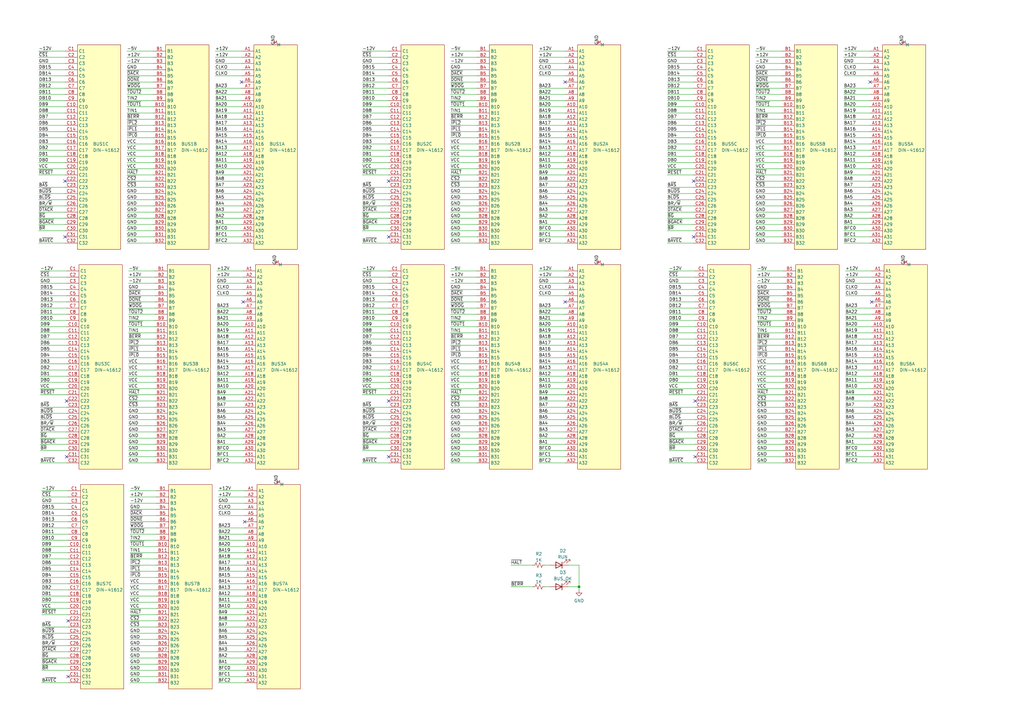
<source format=kicad_sch>
(kicad_sch (version 20211123) (generator eeschema)
  (paper "A3")
  (junction (at -78.105 121.285))
  (junction (at -89.535 250.19))
  (junction (at -78.105 43.18))
  (junction (at -78.105 27.305))
  (junction (at -78.105 159.385))
  (junction (at -78.105 90.17))
  (junction (at -102.87 241.3))
  (junction (at -78.105 66.04))
  (junction (at -78.105 144.145))
  (junction (at -77.47 241.3))
  (junction (at -78.105 113.665))
  (junction (at -78.105 167.005))
  (junction (at -78.105 50.8))
  (junction (at -78.105 97.79))
  (junction (at 237.49 240.665))
  (junction (at -78.105 73.66))
  (junction (at -78.105 136.525))
  (junction (at -78.105 19.685))
  (no_connect (at 159.385 187.325))
  (no_connect (at 99.695 123.825))
  (no_connect (at 231.775 123.825))
  (no_connect (at 26.67 97.155))
  (no_connect (at 284.48 97.155))
  (no_connect (at 26.67 74.295))
  (no_connect (at 27.305 187.325))
  (no_connect (at 159.385 74.295))
  (no_connect (at 285.115 164.465))
  (no_connect (at 159.385 97.155))
  (no_connect (at 231.775 33.655))
  (no_connect (at 27.94 254.635))
  (no_connect (at 356.87 33.655))
  (no_connect (at 357.505 123.825))
  (no_connect (at 159.385 164.465))
  (no_connect (at 100.33 213.995))
  (no_connect (at 27.305 164.465))
  (no_connect (at 285.115 187.325))
  (no_connect (at 27.94 277.495))
  (no_connect (at -72.39 209.55))
  (no_connect (at 99.06 33.655))
  (no_connect (at 284.48 74.295))
  (wire (pts (xy 273.685 89.535) (xy 284.48 89.535)))
  (wire (pts (xy 310.515 177.165) (xy 321.31 177.165)))
  (wire (pts (xy 309.88 28.575) (xy 320.675 28.575)))
  (wire (pts (xy -78.105 144.145) (xy -78.105 145.415)))
  (wire (pts (xy 148.59 28.575) (xy 159.385 28.575)))
  (wire (pts (xy 184.785 118.745) (xy 195.58 118.745)))
  (wire (pts (xy 274.32 113.665) (xy 285.115 113.665)))
  (wire (pts (xy 220.98 46.355) (xy 231.775 46.355)))
  (wire (pts (xy 53.34 239.395) (xy 64.135 239.395)))
  (wire (pts (xy 17.145 259.715) (xy 27.94 259.715)))
  (wire (pts (xy 15.875 69.215) (xy 26.67 69.215)))
  (wire (pts (xy 52.07 53.975) (xy 62.865 53.975)))
  (wire (pts (xy 89.535 234.315) (xy 100.33 234.315)))
  (wire (pts (xy 52.07 71.755) (xy 62.865 71.755)))
  (wire (pts (xy 310.515 141.605) (xy 321.31 141.605)))
  (wire (pts (xy 184.785 187.325) (xy 195.58 187.325)))
  (wire (pts (xy 148.59 113.665) (xy 159.385 113.665)))
  (wire (pts (xy 184.785 38.735) (xy 195.58 38.735)))
  (wire (pts (xy 16.51 121.285) (xy 27.305 121.285)))
  (wire (pts (xy -68.58 73.66) (xy -78.105 73.66)))
  (wire (pts (xy 88.265 59.055) (xy 99.06 59.055)))
  (wire (pts (xy 148.59 94.615) (xy 159.385 94.615)))
  (wire (pts (xy 148.59 26.035) (xy 159.385 26.035)))
  (wire (pts (xy 309.88 71.755) (xy 320.675 71.755)))
  (wire (pts (xy 274.32 167.005) (xy 285.115 167.005)))
  (wire (pts (xy 346.075 41.275) (xy 356.87 41.275)))
  (wire (pts (xy 346.71 149.225) (xy 357.505 149.225)))
  (wire (pts (xy -68.58 20.955) (xy -68.58 19.685)))
  (wire (pts (xy 52.07 69.215) (xy 62.865 69.215)))
  (wire (pts (xy -78.105 27.305) (xy -78.105 28.575)))
  (wire (pts (xy -77.47 250.19) (xy -89.535 250.19)))
  (wire (pts (xy 53.34 252.095) (xy 64.135 252.095)))
  (wire (pts (xy 310.515 159.385) (xy 321.31 159.385)))
  (wire (pts (xy 148.59 31.115) (xy 159.385 31.115)))
  (wire (pts (xy 52.07 28.575) (xy 62.865 28.575)))
  (wire (pts (xy 88.265 89.535) (xy 99.06 89.535)))
  (wire (pts (xy 273.685 86.995) (xy 284.48 86.995)))
  (wire (pts (xy 148.59 53.975) (xy 159.385 53.975)))
  (wire (pts (xy 220.98 89.535) (xy 231.775 89.535)))
  (wire (pts (xy 89.535 274.955) (xy 100.33 274.955)))
  (wire (pts (xy 346.71 128.905) (xy 357.505 128.905)))
  (wire (pts (xy 220.98 167.005) (xy 231.775 167.005)))
  (wire (pts (xy 310.515 184.785) (xy 321.31 184.785)))
  (wire (pts (xy 184.785 151.765) (xy 195.58 151.765)))
  (wire (pts (xy 148.59 118.745) (xy 159.385 118.745)))
  (wire (pts (xy -68.58 136.525) (xy -78.105 136.525)))
  (wire (pts (xy 184.785 131.445) (xy 195.58 131.445)))
  (wire (pts (xy 346.075 92.075) (xy 356.87 92.075)))
  (wire (pts (xy 184.785 89.535) (xy 195.58 89.535)))
  (wire (pts (xy 15.875 59.055) (xy 26.67 59.055)))
  (wire (pts (xy 346.075 81.915) (xy 356.87 81.915)))
  (wire (pts (xy 52.705 189.865) (xy 63.5 189.865)))
  (wire (pts (xy 184.785 56.515) (xy 195.58 56.515)))
  (wire (pts (xy 346.075 43.815) (xy 356.87 43.815)))
  (wire (pts (xy 309.88 59.055) (xy 320.675 59.055)))
  (wire (pts (xy 17.145 239.395) (xy 27.94 239.395)))
  (wire (pts (xy 310.515 126.365) (xy 321.31 126.365)))
  (wire (pts (xy 220.98 116.205) (xy 231.775 116.205)))
  (wire (pts (xy 310.515 133.985) (xy 321.31 133.985)))
  (wire (pts (xy 346.71 182.245) (xy 357.505 182.245)))
  (wire (pts (xy 53.34 226.695) (xy 64.135 226.695)))
  (wire (pts (xy -29.845 120.015) (xy -29.845 122.555)))
  (wire (pts (xy 273.685 69.215) (xy 284.48 69.215)))
  (wire (pts (xy 346.71 111.125) (xy 357.505 111.125)))
  (wire (pts (xy 88.265 36.195) (xy 99.06 36.195)))
  (wire (pts (xy -54.61 112.395) (xy -54.61 114.3)))
  (wire (pts (xy -68.58 91.44) (xy -68.58 90.17)))
  (wire (pts (xy 15.875 92.075) (xy 26.67 92.075)))
  (wire (pts (xy 220.98 156.845) (xy 231.775 156.845)))
  (wire (pts (xy 88.265 84.455) (xy 99.06 84.455)))
  (wire (pts (xy 52.705 172.085) (xy 63.5 172.085)))
  (wire (pts (xy 89.535 236.855) (xy 100.33 236.855)))
  (wire (pts (xy 309.88 48.895) (xy 320.675 48.895)))
  (wire (pts (xy 274.32 172.085) (xy 285.115 172.085)))
  (wire (pts (xy 184.785 76.835) (xy 195.58 76.835)))
  (wire (pts (xy 273.685 64.135) (xy 284.48 64.135)))
  (wire (pts (xy 184.785 189.865) (xy 195.58 189.865)))
  (wire (pts (xy 88.9 136.525) (xy 99.695 136.525)))
  (wire (pts (xy 309.88 79.375) (xy 320.675 79.375)))
  (wire (pts (xy 15.875 89.535) (xy 26.67 89.535)))
  (wire (pts (xy -78.105 135.255) (xy -78.105 136.525)))
  (wire (pts (xy 148.59 99.695) (xy 159.385 99.695)))
  (wire (pts (xy 88.265 28.575) (xy 99.06 28.575)))
  (wire (pts (xy 220.98 182.245) (xy 231.775 182.245)))
  (wire (pts (xy 88.9 128.905) (xy 99.695 128.905)))
  (wire (pts (xy 310.515 154.305) (xy 321.31 154.305)))
  (wire (pts (xy 52.07 43.815) (xy 62.865 43.815)))
  (wire (pts (xy 274.32 151.765) (xy 285.115 151.765)))
  (wire (pts (xy -68.58 113.665) (xy -78.105 113.665)))
  (wire (pts (xy 52.705 121.285) (xy 63.5 121.285)))
  (wire (pts (xy 89.535 241.935) (xy 100.33 241.935)))
  (wire (pts (xy -54.61 71.755) (xy -54.61 74.93)))
  (wire (pts (xy 220.98 131.445) (xy 231.775 131.445)))
  (wire (pts (xy 53.34 259.715) (xy 64.135 259.715)))
  (wire (pts (xy 237.49 231.775) (xy 237.49 240.665)))
  (wire (pts (xy -54.61 88.9) (xy -54.61 90.805)))
  (wire (pts (xy 310.515 128.905) (xy 321.31 128.905)))
  (wire (pts (xy 17.145 272.415) (xy 27.94 272.415)))
  (wire (pts (xy 52.705 146.685) (xy 63.5 146.685)))
  (wire (pts (xy 309.88 31.115) (xy 320.675 31.115)))
  (wire (pts (xy 310.515 121.285) (xy 321.31 121.285)))
  (wire (pts (xy 274.32 121.285) (xy 285.115 121.285)))
  (wire (pts (xy -102.87 247.015) (xy -102.87 250.19)))
  (wire (pts (xy 273.685 76.835) (xy 284.48 76.835)))
  (wire (pts (xy 310.515 144.145) (xy 321.31 144.145)))
  (wire (pts (xy 52.07 36.195) (xy 62.865 36.195)))
  (wire (pts (xy 274.32 144.145) (xy 285.115 144.145)))
  (wire (pts (xy 15.875 76.835) (xy 26.67 76.835)))
  (wire (pts (xy 309.88 20.955) (xy 320.675 20.955)))
  (wire (pts (xy 17.145 236.855) (xy 27.94 236.855)))
  (wire (pts (xy 89.535 216.535) (xy 100.33 216.535)))
  (wire (pts (xy 148.59 76.835) (xy 159.385 76.835)))
  (wire (pts (xy 15.875 41.275) (xy 26.67 41.275)))
  (wire (pts (xy 220.98 26.035) (xy 231.775 26.035)))
  (wire (pts (xy 184.785 51.435) (xy 195.58 51.435)))
  (wire (pts (xy -78.105 41.91) (xy -78.105 43.18)))
  (wire (pts (xy 346.075 79.375) (xy 356.87 79.375)))
  (wire (pts (xy 346.075 56.515) (xy 356.87 56.515)))
  (wire (pts (xy 16.51 159.385) (xy 27.305 159.385)))
  (wire (pts (xy 89.535 252.095) (xy 100.33 252.095)))
  (wire (pts (xy -46.355 187.325) (xy -46.355 189.23)))
  (wire (pts (xy 52.07 31.115) (xy 62.865 31.115)))
  (wire (pts (xy 88.9 184.785) (xy 99.695 184.785)))
  (wire (pts (xy 184.785 121.285) (xy 195.58 121.285)))
  (wire (pts (xy 220.98 151.765) (xy 231.775 151.765)))
  (wire (pts (xy 52.705 169.545) (xy 63.5 169.545)))
  (wire (pts (xy 346.075 61.595) (xy 356.87 61.595)))
  (wire (pts (xy 89.535 272.415) (xy 100.33 272.415)))
  (wire (pts (xy 88.9 179.705) (xy 99.695 179.705)))
  (wire (pts (xy -72.39 217.17) (xy -52.07 217.17)))
  (wire (pts (xy 346.71 141.605) (xy 357.505 141.605)))
  (wire (pts (xy 53.34 277.495) (xy 64.135 277.495)))
  (wire (pts (xy -68.58 160.655) (xy -68.58 159.385)))
  (wire (pts (xy -29.845 135.255) (xy -29.845 137.795)))
  (wire (pts (xy 346.075 51.435) (xy 356.87 51.435)))
  (wire (pts (xy 309.88 74.295) (xy 320.675 74.295)))
  (wire (pts (xy 15.875 38.735) (xy 26.67 38.735)))
  (wire (pts (xy -68.58 121.285) (xy -78.105 121.285)))
  (wire (pts (xy 148.59 184.785) (xy 159.385 184.785)))
  (wire (pts (xy 184.785 69.215) (xy 195.58 69.215)))
  (wire (pts (xy 148.59 20.955) (xy 159.385 20.955)))
  (wire (pts (xy 148.59 36.195) (xy 159.385 36.195)))
  (wire (pts (xy 53.34 208.915) (xy 64.135 208.915)))
  (wire (pts (xy 52.07 99.695) (xy 62.865 99.695)))
  (wire (pts (xy 220.98 136.525) (xy 231.775 136.525)))
  (wire (pts (xy 52.705 161.925) (xy 63.5 161.925)))
  (wire (pts (xy 274.32 131.445) (xy 285.115 131.445)))
  (wire (pts (xy 184.785 43.815) (xy 195.58 43.815)))
  (wire (pts (xy 88.9 116.205) (xy 99.695 116.205)))
  (wire (pts (xy 52.705 174.625) (xy 63.5 174.625)))
  (wire (pts (xy -78.105 49.53) (xy -78.105 50.8)))
  (wire (pts (xy 148.59 136.525) (xy 159.385 136.525)))
  (wire (pts (xy -68.58 96.52) (xy -68.58 97.79)))
  (wire (pts (xy 17.145 262.255) (xy 27.94 262.255)))
  (wire (pts (xy 53.34 234.315) (xy 64.135 234.315)))
  (wire (pts (xy 16.5813 123.825) (xy 27.305 123.825)))
  (wire (pts (xy 274.32 182.245) (xy 285.115 182.245)))
  (wire (pts (xy -78.105 120.015) (xy -78.105 121.285)))
  (wire (pts (xy 148.59 172.085) (xy 159.385 172.085)))
  (wire (pts (xy 346.075 97.155) (xy 356.87 97.155)))
  (wire (pts (xy 16.51 174.625) (xy 27.305 174.625)))
  (wire (pts (xy 52.705 151.765) (xy 63.5 151.765)))
  (wire (pts (xy 220.98 139.065) (xy 231.775 139.065)))
  (wire (pts (xy 88.9 174.625) (xy 99.695 174.625)))
  (wire (pts (xy 310.515 149.225) (xy 321.31 149.225)))
  (wire (pts (xy 17.145 264.795) (xy 27.94 264.795)))
  (wire (pts (xy -68.58 142.875) (xy -68.58 144.145)))
  (wire (pts (xy 88.9 113.665) (xy 99.695 113.665)))
  (wire (pts (xy 309.88 41.275) (xy 320.675 41.275)))
  (wire (pts (xy 309.88 81.915) (xy 320.675 81.915)))
  (wire (pts (xy 148.59 121.285) (xy 159.385 121.285)))
  (wire (pts (xy 52.07 81.915) (xy 62.865 81.915)))
  (wire (pts (xy 17.2163 213.995) (xy 27.94 213.995)))
  (wire (pts (xy 89.535 280.035) (xy 100.33 280.035)))
  (wire (pts (xy 17.145 221.615) (xy 27.94 221.615)))
  (wire (pts (xy 220.98 51.435) (xy 231.775 51.435)))
  (wire (pts (xy 88.9 159.385) (xy 99.695 159.385)))
  (wire (pts (xy 52.07 79.375) (xy 62.865 79.375)))
  (wire (pts (xy 184.785 79.375) (xy 195.58 79.375)))
  (wire (pts (xy -41.91 135.255) (xy -41.91 137.16)))
  (wire (pts (xy 17.145 206.375) (xy 27.94 206.375)))
  (wire (pts (xy 15.875 46.355) (xy 26.67 46.355)))
  (wire (pts (xy 52.07 20.955) (xy 62.865 20.955)))
  (wire (pts (xy -102.87 241.3) (xy -97.155 241.3)))
  (wire (pts (xy 220.98 184.785) (xy 231.775 184.785)))
  (wire (pts (xy 220.98 38.735) (xy 231.775 38.735)))
  (wire (pts (xy 52.07 84.455) (xy 62.865 84.455)))
  (wire (pts (xy 220.98 86.995) (xy 231.775 86.995)))
  (wire (pts (xy 148.59 179.705) (xy 159.385 179.705)))
  (wire (pts (xy 273.685 23.495) (xy 284.48 23.495)))
  (wire (pts (xy 309.88 89.535) (xy 320.675 89.535)))
  (wire (pts (xy 52.705 179.705) (xy 63.5 179.705)))
  (wire (pts (xy 220.98 36.195) (xy 231.775 36.195)))
  (wire (pts (xy 52.705 136.525) (xy 63.5 136.525)))
  (wire (pts (xy 184.785 139.065) (xy 195.58 139.065)))
  (wire (pts (xy 148.59 59.055) (xy 159.385 59.055)))
  (wire (pts (xy 52.07 74.295) (xy 62.865 74.295)))
  (wire (pts (xy 89.535 206.375) (xy 100.33 206.375)))
  (wire (pts (xy 346.71 131.445) (xy 357.505 131.445)))
  (wire (pts (xy 52.07 56.515) (xy 62.865 56.515)))
  (wire (pts (xy -72.39 207.01) (xy -61.595 207.01)))
  (wire (pts (xy 184.785 159.385) (xy 195.58 159.385)))
  (wire (pts (xy 346.075 69.215) (xy 356.87 69.215)))
  (wire (pts (xy 220.98 53.975) (xy 231.775 53.975)))
  (wire (pts (xy -68.58 97.79) (xy -78.105 97.79)))
  (wire (pts (xy 148.59 43.815) (xy 159.385 43.815)))
  (wire (pts (xy -41.91 158.115) (xy -41.91 160.02)))
  (wire (pts (xy -102.87 250.19) (xy -89.535 250.19)))
  (wire (pts (xy -78.105 121.285) (xy -78.105 122.555)))
  (wire (pts (xy -89.535 250.19) (xy -89.535 251.46)))
  (wire (pts (xy 53.34 219.075) (xy 64.135 219.075)))
  (wire (pts (xy 184.785 28.575) (xy 195.58 28.575)))
  (wire (pts (xy 184.785 169.545) (xy 195.58 169.545)))
  (wire (pts (xy 310.515 151.765) (xy 321.31 151.765)))
  (wire (pts (xy 15.875 23.495) (xy 26.67 23.495)))
  (wire (pts (xy 52.07 48.895) (xy 62.865 48.895)))
  (wire (pts (xy 184.785 146.685) (xy 195.58 146.685)))
  (wire (pts (xy 88.265 97.155) (xy 99.06 97.155)))
  (wire (pts (xy 17.145 249.555) (xy 27.94 249.555)))
  (wire (pts (xy 88.265 31.115) (xy 99.06 31.115)))
  (wire (pts (xy -54.61 95.885) (xy -54.61 99.06)))
  (wire (pts (xy -41.91 95.885) (xy -41.91 99.06)))
  (wire (pts (xy -68.58 144.145) (xy -78.105 144.145)))
  (wire (pts (xy 88.265 76.835) (xy 99.06 76.835)))
  (wire (pts (xy 15.875 84.455) (xy 26.67 84.455)))
  (wire (pts (xy 346.075 94.615) (xy 356.87 94.615)))
  (wire (pts (xy 88.265 79.375) (xy 99.06 79.375)))
  (wire (pts (xy 184.785 86.995) (xy 195.58 86.995)))
  (wire (pts (xy 52.705 187.325) (xy 63.5 187.325)))
  (wire (pts (xy 53.34 244.475) (xy 64.135 244.475)))
  (wire (pts (xy 52.705 126.365) (xy 63.5 126.365)))
  (wire (pts (xy 15.875 81.915) (xy 26.67 81.915)))
  (wire (pts (xy 88.265 69.215) (xy 99.06 69.215)))
  (wire (pts (xy 184.785 172.085) (xy 195.58 172.085)))
  (wire (pts (xy -52.07 217.17) (xy -52.07 198.755)))
  (wire (pts (xy 220.98 61.595) (xy 231.775 61.595)))
  (wire (pts (xy 274.32 149.225) (xy 285.115 149.225)))
  (wire (pts (xy -71.12 196.85) (xy -71.12 193.675)))
  (wire (pts (xy 184.785 133.985) (xy 195.58 133.985)))
  (wire (pts (xy 220.98 113.665) (xy 231.775 113.665)))
  (wire (pts (xy 184.785 84.455) (xy 195.58 84.455)))
  (wire (pts (xy 184.785 41.275) (xy 195.58 41.275)))
  (wire (pts (xy 220.98 179.705) (xy 231.775 179.705)))
  (wire (pts (xy 148.59 128.905) (xy 159.385 128.905)))
  (wire (pts (xy 52.07 86.995) (xy 62.865 86.995)))
  (wire (pts (xy 273.685 48.895) (xy 284.48 48.895)))
  (wire (pts (xy 310.515 136.525) (xy 321.31 136.525)))
  (wire (pts (xy -41.91 25.4) (xy -41.91 28.575)))
  (wire (pts (xy -68.58 66.04) (xy -78.105 66.04)))
  (wire (pts (xy 53.34 269.875) (xy 64.135 269.875)))
  (wire (pts (xy 148.59 169.545) (xy 159.385 169.545)))
  (wire (pts (xy 148.59 79.375) (xy 159.385 79.375)))
  (wire (pts (xy 220.98 187.325) (xy 231.775 187.325)))
  (wire (pts (xy 15.875 31.115) (xy 26.67 31.115)))
  (wire (pts (xy -72.39 201.93) (xy -63.5 201.93)))
  (wire (pts (xy 88.9 118.745) (xy 99.695 118.745)))
  (wire (pts (xy 89.535 231.775) (xy 100.33 231.775)))
  (wire (pts (xy 220.98 28.575) (xy 231.775 28.575)))
  (wire (pts (xy 346.71 156.845) (xy 357.505 156.845)))
  (wire (pts (xy 88.9 182.245) (xy 99.695 182.245)))
  (wire (pts (xy 16.51 146.685) (xy 27.305 146.685)))
  (wire (pts (xy 148.59 38.735) (xy 159.385 38.735)))
  (wire (pts (xy 52.705 131.445) (xy 63.5 131.445)))
  (wire (pts (xy 346.075 86.995) (xy 356.87 86.995)))
  (wire (pts (xy 88.265 46.355) (xy 99.06 46.355)))
  (wire (pts (xy 89.535 221.615) (xy 100.33 221.615)))
  (wire (pts (xy 88.9 161.925) (xy 99.695 161.925)))
  (wire (pts (xy 310.515 174.625) (xy 321.31 174.625)))
  (wire (pts (xy 52.705 123.825) (xy 63.5 123.825)))
  (wire (pts (xy 148.59 23.495) (xy 159.385 23.495)))
  (wire (pts (xy 16.51 189.865) (xy 27.305 189.865)))
  (wire (pts (xy -41.91 18.415) (xy -41.91 20.32)))
  (wire (pts (xy 88.265 56.515) (xy 99.06 56.515)))
  (wire (pts (xy -71.12 241.3) (xy -77.47 241.3)))
  (wire (pts (xy 310.515 139.065) (xy 321.31 139.065)))
  (wire (pts (xy 89.535 244.475) (xy 100.33 244.475)))
  (wire (pts (xy 53.34 254.635) (xy 64.135 254.635)))
  (wire (pts (xy 52.07 33.655) (xy 62.865 33.655)))
  (wire (pts (xy 346.075 64.135) (xy 356.87 64.135)))
  (wire (pts (xy 310.515 167.005) (xy 321.31 167.005)))
  (wire (pts (xy -78.105 167.005) (xy -78.105 168.275)))
  (wire (pts (xy -29.845 64.77) (xy -29.845 67.31)))
  (wire (pts (xy 53.34 206.375) (xy 64.135 206.375)))
  (wire (pts (xy 273.685 41.275) (xy 284.48 41.275)))
  (wire (pts (xy -54.61 48.895) (xy -54.61 52.07)))
  (wire (pts (xy -41.91 64.77) (xy -41.91 66.675)))
  (wire (pts (xy 223.52 231.775) (xy 225.425 231.775)))
  (wire (pts (xy 346.71 172.085) (xy 357.505 172.085)))
  (wire (pts (xy 17.145 224.155) (xy 27.94 224.155)))
  (wire (pts (xy 89.535 264.795) (xy 100.33 264.795)))
  (wire (pts (xy -78.105 64.77) (xy -78.105 66.04)))
  (wire (pts (xy 273.685 92.075) (xy 284.48 92.075)))
  (wire (pts (xy 309.88 38.735) (xy 320.675 38.735)))
  (wire (pts (xy 274.32 179.705) (xy 285.115 179.705)))
  (wire (pts (xy 346.71 184.785) (xy 357.505 184.785)))
  (wire (pts (xy -54.61 25.4) (xy -54.61 28.575)))
  (wire (pts (xy 220.98 79.375) (xy 231.775 79.375)))
  (wire (pts (xy 310.515 182.245) (xy 321.31 182.245)))
  (wire (pts (xy 15.875 64.135) (xy 26.67 64.135)))
  (wire (pts (xy 52.07 61.595) (xy 62.865 61.595)))
  (wire (pts (xy 53.34 201.295) (xy 64.135 201.295)))
  (wire (pts (xy 220.98 59.055) (xy 231.775 59.055)))
  (wire (pts (xy -78.105 66.04) (xy -78.105 67.31)))
  (wire (pts (xy 220.98 118.745) (xy 231.775 118.745)))
  (wire (pts (xy 346.075 31.115) (xy 356.87 31.115)))
  (wire (pts (xy 88.9 139.065) (xy 99.695 139.065)))
  (wire (pts (xy -107.95 240.03) (xy -107.95 241.3)))
  (wire (pts (xy 273.685 43.815) (xy 284.48 43.815)))
  (wire (pts (xy 89.535 262.255) (xy 100.33 262.255)))
  (wire (pts (xy 184.785 141.605) (xy 195.58 141.605)))
  (wire (pts (xy -89.535 248.92) (xy -89.535 250.19)))
  (wire (pts (xy 148.59 81.915) (xy 159.385 81.915)))
  (wire (pts (xy 15.875 48.895) (xy 26.67 48.895)))
  (wire (pts (xy 184.785 149.225) (xy 195.58 149.225)))
  (wire (pts (xy -78.105 88.9) (xy -78.105 90.17)))
  (wire (pts (xy 88.265 94.615) (xy 99.06 94.615)))
  (wire (pts (xy -29.845 112.395) (xy -29.845 114.935)))
  (wire (pts (xy 184.785 94.615) (xy 195.58 94.615)))
  (wire (pts (xy 184.785 156.845) (xy 195.58 156.845)))
  (wire (pts (xy 16.51 144.145) (xy 27.305 144.145)))
  (wire (pts (xy 148.59 156.845) (xy 159.385 156.845)))
  (wire (pts (xy 220.98 71.755) (xy 231.775 71.755)))
  (wire (pts (xy 52.07 46.355) (xy 62.865 46.355)))
  (wire (pts (xy 52.07 92.075) (xy 62.865 92.075)))
  (wire (pts (xy 17.145 241.935) (xy 27.94 241.935)))
  (wire (pts (xy 346.075 99.695) (xy 356.87 99.695)))
  (wire (pts (xy 346.075 48.895) (xy 356.87 48.895)))
  (wire (pts (xy 52.07 76.835) (xy 62.865 76.835)))
  (wire (pts (xy -41.91 71.755) (xy -41.91 74.93)))
  (wire (pts (xy 184.785 116.205) (xy 195.58 116.205)))
  (wire (pts (xy 88.9 133.985) (xy 99.695 133.985)))
  (wire (pts (xy 15.875 36.195) (xy 26.67 36.195)))
  (wire (pts (xy 17.145 244.475) (xy 27.94 244.475)))
  (wire (pts (xy 16.51 116.205) (xy 27.305 116.205)))
  (wire (pts (xy 310.515 113.665) (xy 321.31 113.665)))
  (wire (pts (xy -72.39 204.47) (xy -57.15 204.47)))
  (wire (pts (xy 16.51 151.765) (xy 27.305 151.765)))
  (wire (pts (xy 88.265 71.755) (xy 99.06 71.755)))
  (wire (pts (xy 274.3913 123.825) (xy 285.115 123.825)))
  (wire (pts (xy -77.47 241.3) (xy -77.47 241.935)))
  (wire (pts (xy 52.705 141.605) (xy 63.5 141.605)))
  (wire (pts (xy 346.075 59.055) (xy 356.87 59.055)))
  (wire (pts (xy 16.51 139.065) (xy 27.305 139.065)))
  (wire (pts (xy -78.105 18.415) (xy -78.105 19.685)))
  (wire (pts (xy -68.58 67.31) (xy -68.58 66.04)))
  (wire (pts (xy -78.105 43.18) (xy -78.105 44.45)))
  (wire (pts (xy 53.34 274.955) (xy 64.135 274.955)))
  (wire (pts (xy 89.535 269.875) (xy 100.33 269.875)))
  (wire (pts (xy 88.265 38.735) (xy 99.06 38.735)))
  (wire (pts (xy -68.58 90.17) (xy -78.105 90.17)))
  (wire (pts (xy 346.71 126.365) (xy 357.505 126.365)))
  (wire (pts (xy 53.34 264.795) (xy 64.135 264.795)))
  (wire (pts (xy 89.535 249.555) (xy 100.33 249.555)))
  (wire (pts (xy 274.32 184.785) (xy 285.115 184.785)))
  (wire (pts (xy 184.785 46.355) (xy 195.58 46.355)))
  (wire (pts (xy 89.535 267.335) (xy 100.33 267.335)))
  (wire (pts (xy 17.145 231.775) (xy 27.94 231.775)))
  (wire (pts (xy 346.075 84.455) (xy 356.87 84.455)))
  (wire (pts (xy -78.105 97.79) (xy -78.105 99.06)))
  (wire (pts (xy -78.105 136.525) (xy -78.105 137.795)))
  (wire (pts (xy -68.58 19.685) (xy -78.105 19.685)))
  (wire (pts (xy -68.58 165.735) (xy -68.58 167.005)))
  (wire (pts (xy 220.98 146.685) (xy 231.775 146.685)))
  (wire (pts (xy 274.32 174.625) (xy 285.115 174.625)))
  (wire (pts (xy 184.785 182.245) (xy 195.58 182.245)))
  (wire (pts (xy -78.105 90.17) (xy -78.105 91.44)))
  (wire (pts (xy -68.58 120.015) (xy -68.58 121.285)))
  (wire (pts (xy 53.34 241.935) (xy 64.135 241.935)))
  (wire (pts (xy 148.59 71.755) (xy 159.385 71.755)))
  (wire (pts (xy 273.685 71.755) (xy 284.48 71.755)))
  (wire (pts (xy 184.785 48.895) (xy 195.58 48.895)))
  (wire (pts (xy 273.685 61.595) (xy 284.48 61.595)))
  (wire (pts (xy -78.105 26.035) (xy -78.105 27.305)))
  (wire (pts (xy 184.785 126.365) (xy 195.58 126.365)))
  (wire (pts (xy 184.785 144.145) (xy 195.58 144.145)))
  (wire (pts (xy 16.51 184.785) (xy 27.305 184.785)))
  (wire (pts (xy 184.785 113.665) (xy 195.58 113.665)))
  (wire (pts (xy 274.32 126.365) (xy 285.115 126.365)))
  (wire (pts (xy -29.845 165.735) (xy -29.845 168.275)))
  (wire (pts (xy 274.32 133.985) (xy 285.115 133.985)))
  (wire (pts (xy 220.98 126.365) (xy 231.775 126.365)))
  (wire (pts (xy 16.51 111.125) (xy 27.305 111.125)))
  (wire (pts (xy 184.785 154.305) (xy 195.58 154.305)))
  (wire (pts (xy 17.145 201.295) (xy 27.94 201.295)))
  (wire (pts (xy 88.9 187.325) (xy 99.695 187.325)))
  (wire (pts (xy 53.34 280.035) (xy 64.135 280.035)))
  (wire (pts (xy 309.88 92.075) (xy 320.675 92.075)))
  (wire (pts (xy 52.705 164.465) (xy 63.5 164.465)))
  (wire (pts (xy 89.535 254.635) (xy 100.33 254.635)))
  (wire (pts (xy 88.9 144.145) (xy 99.695 144.145)))
  (wire (pts (xy 220.98 69.215) (xy 231.775 69.215)))
  (wire (pts (xy 220.98 149.225) (xy 231.775 149.225)))
  (wire (pts (xy 274.32 161.925) (xy 285.115 161.925)))
  (wire (pts (xy 220.98 97.155) (xy 231.775 97.155)))
  (wire (pts (xy 309.88 36.195) (xy 320.675 36.195)))
  (wire (pts (xy 15.875 20.955) (xy 26.67 20.955)))
  (wire (pts (xy 273.685 28.575) (xy 284.48 28.575)))
  (wire (pts (xy 274.32 189.865) (xy 285.115 189.865)))
  (wire (pts (xy 17.145 267.335) (xy 27.94 267.335)))
  (wire (pts (xy -29.845 72.39) (xy -29.845 74.93)))
  (wire (pts (xy 148.59 86.995) (xy 159.385 86.995)))
  (wire (pts (xy 88.9 111.125) (xy 99.695 111.125)))
  (wire (pts (xy 52.07 66.675) (xy 62.865 66.675)))
  (wire (pts (xy 220.98 56.515) (xy 231.775 56.515)))
  (wire (pts (xy 15.875 51.435) (xy 26.67 51.435)))
  (wire (pts (xy 148.59 182.245) (xy 159.385 182.245)))
  (wire (pts (xy 220.98 20.955) (xy 231.775 20.955)))
  (wire (pts (xy 220.98 133.985) (xy 231.775 133.985)))
  (wire (pts (xy 220.98 121.285) (xy 231.775 121.285)))
  (wire (pts (xy -68.58 26.035) (xy -68.58 27.305)))
  (wire (pts (xy 309.88 66.675) (xy 320.675 66.675)))
  (wire (pts (xy -68.58 114.935) (xy -68.58 113.665)))
  (wire (pts (xy -54.61 41.91) (xy -54.61 43.815)))
  (wire (pts (xy -41.91 41.91) (xy -41.91 43.815)))
  (wire (pts (xy -68.58 27.305) (xy -78.105 27.305)))
  (wire (pts (xy 16.51 154.305) (xy 27.305 154.305)))
  (wire (pts (xy 53.34 257.175) (xy 64.135 257.175)))
  (wire (pts (xy 273.685 53.975) (xy 284.48 53.975)))
  (wire (pts (xy 17.145 216.535) (xy 27.94 216.535)))
  (wire (pts (xy 52.07 97.155) (xy 62.865 97.155)))
  (wire (pts (xy 148.59 92.075) (xy 159.385 92.075)))
  (wire (pts (xy 148.59 189.865) (xy 159.385 189.865)))
  (wire (pts (xy 309.88 86.995) (xy 320.675 86.995)))
  (wire (pts (xy 148.59 69.215) (xy 159.385 69.215)))
  (wire (pts (xy 184.785 97.155) (xy 195.58 97.155)))
  (wire (pts (xy 310.515 156.845) (xy 321.31 156.845)))
  (wire (pts (xy 220.98 92.075) (xy 231.775 92.075)))
  (wire (pts (xy 88.9 177.165) (xy 99.695 177.165)))
  (wire (pts (xy 17.145 234.315) (xy 27.94 234.315)))
  (wire (pts (xy 88.265 41.275) (xy 99.06 41.275)))
  (wire (pts (xy 274.32 169.545) (xy 285.115 169.545)))
  (wire (pts (xy 220.98 141.605) (xy 231.775 141.605)))
  (wire (pts (xy 184.785 61.595) (xy 195.58 61.595)))
  (wire (pts (xy 220.98 76.835) (xy 231.775 76.835)))
  (wire (pts (xy 220.98 99.695) (xy 231.775 99.695)))
  (wire (pts (xy 223.52 240.665) (xy 225.425 240.665)))
  (wire (pts (xy 274.32 118.745) (xy 285.115 118.745)))
  (wire (pts (xy -41.91 112.395) (xy -41.91 114.3)))
  (wire (pts (xy 346.075 36.195) (xy 356.87 36.195)))
  (wire (pts (xy 17.145 247.015) (xy 27.94 247.015)))
  (wire (pts (xy 52.705 133.985) (xy 63.5 133.985)))
  (wire (pts (xy 53.34 221.615) (xy 64.135 221.615)))
  (wire (pts (xy 309.88 61.595) (xy 320.675 61.595)))
  (wire (pts (xy 346.71 133.985) (xy 357.505 133.985)))
  (wire (pts (xy 89.535 208.915) (xy 100.33 208.915)))
  (wire (pts (xy -54.61 165.1) (xy -54.61 168.275)))
  (wire (pts (xy 52.705 182.245) (xy 63.5 182.245)))
  (wire (pts (xy -78.105 96.52) (xy -78.105 97.79)))
  (wire (pts (xy 220.98 48.895) (xy 231.775 48.895)))
  (wire (pts (xy 184.785 26.035) (xy 195.58 26.035)))
  (wire (pts (xy 52.705 113.665) (xy 63.5 113.665)))
  (wire (pts (xy 53.34 203.835) (xy 64.135 203.835)))
  (wire (pts (xy 148.59 56.515) (xy 159.385 56.515)))
  (wire (pts (xy 273.685 26.035) (xy 284.48 26.035)))
  (wire (pts (xy 148.59 116.205) (xy 159.385 116.205)))
  (wire (pts (xy 16.51 118.745) (xy 27.305 118.745)))
  (wire (pts (xy 17.145 211.455) (xy 27.94 211.455)))
  (wire (pts (xy 53.34 213.995) (xy 64.135 213.995)))
  (wire (pts (xy 16.51 169.545) (xy 27.305 169.545)))
  (wire (pts (xy 16.51 131.445) (xy 27.305 131.445)))
  (wire (pts (xy 52.705 177.165) (xy 63.5 177.165)))
  (wire (pts (xy -57.15 204.47) (xy -57.15 198.755)))
  (wire (pts (xy 16.51 161.925) (xy 27.305 161.925)))
  (wire (pts (xy 88.265 99.695) (xy 99.06 99.695)))
  (wire (pts (xy 220.98 66.675) (xy 231.775 66.675)))
  (wire (pts (xy 15.875 56.515) (xy 26.67 56.515)))
  (wire (pts (xy 310.515 146.685) (xy 321.31 146.685)))
  (wire (pts (xy 89.535 224.155) (xy 100.33 224.155)))
  (wire (pts (xy 17.145 269.875) (xy 27.94 269.875)))
  (wire (pts (xy 89.535 247.015) (xy 100.33 247.015)))
  (wire (pts (xy 346.71 146.685) (xy 357.505 146.685)))
  (wire (pts (xy 15.875 99.695) (xy 26.67 99.695)))
  (wire (pts (xy 89.535 257.175) (xy 100.33 257.175)))
  (wire (pts (xy 220.98 172.085) (xy 231.775 172.085)))
  (wire (pts (xy 184.785 167.005) (xy 195.58 167.005)))
  (wire (pts (xy 88.9 149.225) (xy 99.695 149.225)))
  (wire (pts (xy 346.71 116.205) (xy 357.505 116.205)))
  (wire (pts (xy 346.71 136.525) (xy 357.505 136.525)))
  (wire (pts (xy 17.145 229.235) (xy 27.94 229.235)))
  (wire (pts (xy 184.785 74.295) (xy 195.58 74.295)))
  (wire (pts (xy 220.98 161.925) (xy 231.775 161.925)))
  (wire (pts (xy 15.875 26.035) (xy 26.67 26.035)))
  (wire (pts (xy 148.59 66.675) (xy 159.385 66.675)))
  (wire (pts (xy -29.845 26.035) (xy -29.845 28.575)))
  (wire (pts (xy 16.51 133.985) (xy 27.305 133.985)))
  (wire (pts (xy 220.98 128.905) (xy 231.775 128.905)))
  (wire (pts (xy 89.535 259.715) (xy 100.33 259.715)))
  (wire (pts (xy 233.045 240.665) (xy 237.49 240.665)))
  (wire (pts (xy 274.32 116.205) (xy 285.115 116.205)))
  (wire (pts (xy 52.07 38.735) (xy 62.865 38.735)))
  (wire (pts (xy -71.12 187.325) (xy -69.85 187.325)))
  (wire (pts (xy 16.51 128.905) (xy 27.305 128.905)))
  (wire (pts (xy 52.705 144.145) (xy 63.5 144.145)))
  (wire (pts (xy 209.55 231.775) (xy 218.44 231.775)))
  (wire (pts (xy -68.58 49.53) (xy -68.58 50.8)))
  (wire (pts (xy 346.71 161.925) (xy 357.505 161.925)))
  (wire (pts (xy 15.875 94.615) (xy 26.67 94.615)))
  (wire (pts (xy 88.9 151.765) (xy 99.695 151.765)))
  (wire (pts (xy 15.875 66.675) (xy 26.67 66.675)))
  (wire (pts (xy 89.535 239.395) (xy 100.33 239.395)))
  (wire (pts (xy 346.71 139.065) (xy 357.505 139.065)))
  (wire (pts (xy 346.71 187.325) (xy 357.505 187.325)))
  (wire (pts (xy 53.34 211.455) (xy 64.135 211.455)))
  (wire (pts (xy 52.07 94.615) (xy 62.865 94.615)))
  (wire (pts (xy 148.59 64.135) (xy 159.385 64.135)))
  (wire (pts (xy 309.88 26.035) (xy 320.675 26.035)))
  (wire (pts (xy 220.98 74.295) (xy 231.775 74.295)))
  (wire (pts (xy -78.105 73.66) (xy -78.105 74.93)))
  (wire (pts (xy 88.9 164.465) (xy 99.695 164.465)))
  (wire (pts (xy 52.705 167.005) (xy 63.5 167.005)))
  (wire (pts (xy 148.59 41.275) (xy 159.385 41.275)))
  (wire (pts (xy 184.785 123.825) (xy 195.58 123.825)))
  (wire (pts (xy -78.105 113.665) (xy -78.105 114.935)))
  (wire (pts (xy 346.075 71.755) (xy 356.87 71.755)))
  (wire (pts (xy 52.705 139.065) (xy 63.5 139.065)))
  (wire (pts (xy -68.58 50.8) (xy -78.105 50.8)))
  (wire (pts (xy 310.515 118.745) (xy 321.31 118.745)))
  (wire (pts (xy 88.265 43.815) (xy 99.06 43.815)))
  (wire (pts (xy 53.34 247.015) (xy 64.135 247.015)))
  (wire (pts (xy 220.98 154.305) (xy 231.775 154.305)))
  (wire (pts (xy 17.145 219.075) (xy 27.94 219.075)))
  (wire (pts (xy 346.71 159.385) (xy 357.505 159.385)))
  (wire (pts (xy 148.59 61.595) (xy 159.385 61.595)))
  (wire (pts (xy 220.98 31.115) (xy 231.775 31.115)))
  (wire (pts (xy 274.32 154.305) (xy 285.115 154.305)))
  (wire (pts (xy 52.07 26.035) (xy 62.865 26.035)))
  (wire (pts (xy 220.98 43.815) (xy 231.775 43.815)))
  (wire (pts (xy -54.61 64.77) (xy -54.61 66.675)))
  (wire (pts (xy 17.145 257.175) (xy 27.94 257.175)))
  (wire (pts (xy -77.47 241.3) (xy -81.915 241.3)))
  (wire (pts (xy 309.88 97.155) (xy 320.675 97.155)))
  (wire (pts (xy 184.785 177.165) (xy 195.58 177.165)))
  (wire (pts (xy 310.515 187.325) (xy 321.31 187.325)))
  (wire (pts (xy 52.705 111.125) (xy 63.5 111.125)))
  (wire (pts (xy 184.785 23.495) (xy 195.58 23.495)))
  (wire (pts (xy 309.88 23.495) (xy 320.675 23.495)))
  (wire (pts (xy 184.785 179.705) (xy 195.58 179.705)))
  (wire (pts (xy 184.785 174.625) (xy 195.58 174.625)))
  (wire (pts (xy 89.535 277.495) (xy 100.33 277.495)))
  (wire (pts (xy 184.785 33.655) (xy 195.58 33.655)))
  (wire (pts (xy -41.91 142.24) (xy -41.91 145.415)))
  (wire (pts (xy 346.71 169.545) (xy 357.505 169.545)))
  (wire (pts (xy 88.265 92.075) (xy 99.06 92.075)))
  (wire (pts (xy 88.9 169.545) (xy 99.695 169.545)))
  (wire (pts (xy 88.9 167.005) (xy 99.695 167.005)))
  (wire (pts (xy 53.34 236.855) (xy 64.135 236.855)))
  (wire (pts (xy 89.535 201.295) (xy 100.33 201.295)))
  (wire (pts (xy 184.785 164.465) (xy 195.58 164.465)))
  (wire (pts (xy -107.95 196.85) (xy -97.79 196.85)))
  (wire (pts (xy 184.785 92.075) (xy 195.58 92.075)))
  (wire (pts (xy -54.61 142.24) (xy -54.61 145.415)))
  (wire (pts (xy 148.59 141.605) (xy 159.385 141.605)))
  (wire (pts (xy 16.51 141.605) (xy 27.305 141.605)))
  (wire (pts (xy 52.07 64.135) (xy 62.865 64.135)))
  (wire (pts (xy -78.105 50.8) (xy -78.105 52.07)))
  (wire (pts (xy 148.6613 123.825) (xy 159.385 123.825)))
  (wire (pts (xy 88.265 20.955) (xy 99.06 20.955)))
  (wire (pts (xy 346.71 151.765) (xy 357.505 151.765)))
  (wire (pts (xy 88.9 126.365) (xy 99.695 126.365)))
  (wire (pts (xy 209.55 240.665) (xy 218.44 240.665)))
  (wire (pts (xy -68.58 43.18) (xy -78.105 43.18)))
  (wire (pts (xy -72.39 196.85) (xy -71.12 196.85)))
  (wire (pts (xy 148.59 161.925) (xy 159.385 161.925)))
  (wire (pts (xy 184.785 36.195) (xy 195.58 36.195)))
  (wire (pts (xy -41.91 88.9) (xy -41.91 90.805)))
  (wire (pts (xy -106.68 199.39) (xy -106.68 200.66)))
  (wire (pts (xy 52.705 154.305) (xy 63.5 154.305)))
  (wire (pts (xy 309.88 56.515) (xy 320.675 56.515)))
  (wire (pts (xy 273.685 59.055) (xy 284.48 59.055)))
  (wire (pts (xy 273.685 20.955) (xy 284.48 20.955)))
  (wire (pts (xy 88.265 53.975) (xy 99.06 53.975)))
  (wire (pts (xy -41.91 165.1) (xy -41.91 168.275)))
  (wire (pts (xy -63.5 201.93) (xy -63.5 198.755)))
  (wire (pts (xy 89.535 229.235) (xy 100.33 229.235)))
  (wire (pts (xy 148.59 174.625) (xy 159.385 174.625)))
  (wire (pts (xy 184.785 31.115) (xy 195.58 31.115)))
  (wire (pts (xy 52.07 59.055) (xy 62.865 59.055)))
  (wire (pts (xy 17.145 280.035) (xy 27.94 280.035)))
  (wire (pts (xy 88.9 141.605) (xy 99.695 141.605)))
  (wire (pts (xy 220.98 164.465) (xy 231.775 164.465)))
  (wire (pts (xy 52.07 89.535) (xy 62.865 89.535)))
  (wire (pts (xy 17.145 208.915) (xy 27.94 208.915)))
  (wire (pts (xy 310.515 169.545) (xy 321.31 169.545)))
  (wire (pts (xy 53.34 231.775) (xy 64.135 231.775)))
  (wire (pts (xy 220.98 177.165) (xy 231.775 177.165)))
  (wire (pts (xy 53.34 272.415) (xy 64.135 272.415)))
  (wire (pts (xy -68.58 137.795) (xy -68.58 136.525)))
  (wire (pts (xy 309.88 99.695) (xy 320.675 99.695)))
  (wire (pts (xy 88.265 48.895) (xy 99.06 48.895)))
  (wire (pts (xy 273.685 84.455) (xy 284.48 84.455)))
  (wire (pts (xy 16.51 156.845) (xy 27.305 156.845)))
  (wire (pts (xy 310.515 172.085) (xy 321.31 172.085)))
  (wire (pts (xy 16.51 182.245) (xy 27.305 182.245)))
  (wire (pts (xy -71.12 240.03) (xy -71.12 241.3)))
  (wire (pts (xy -68.58 44.45) (xy -68.58 43.18)))
  (wire (pts (xy 15.875 28.575) (xy 26.67 28.575)))
  (wire (pts (xy 273.685 51.435) (xy 284.48 51.435)))
  (wire (pts (xy -29.845 49.53) (xy -29.845 52.07)))
  (wire (pts (xy 274.32 156.845) (xy 285.115 156.845)))
  (wire (pts (xy 310.515 116.205) (xy 321.31 116.205)))
  (wire (pts (xy -29.845 96.52) (xy -29.845 99.06)))
  (wire (pts (xy 274.32 128.905) (xy 285.115 128.905)))
  (wire (pts (xy 273.685 81.915) (xy 284.48 81.915)))
  (wire (pts (xy 88.265 64.135) (xy 99.06 64.135)))
  (wire (pts (xy 53.34 216.535) (xy 64.135 216.535)))
  (wire (pts (xy -29.845 158.115) (xy -29.845 160.655)))
  (wire (pts (xy 274.32 139.065) (xy 285.115 139.065)))
  (wire (pts (xy 52.705 118.745) (xy 63.5 118.745)))
  (wire (pts (xy 148.59 144.145) (xy 159.385 144.145)))
  (wire (pts (xy 346.71 174.625) (xy 357.505 174.625)))
  (wire (pts (xy 309.88 33.655) (xy 320.675 33.655)))
  (wire (pts (xy 309.88 76.835) (xy 320.675 76.835)))
  (wire (pts (xy 148.59 154.305) (xy 159.385 154.305)))
  (wire (pts (xy 88.265 51.435) (xy 99.06 51.435)))
  (wire (pts (xy 310.515 161.925) (xy 321.31 161.925)))
  (wire (pts (xy 184.785 20.955) (xy 195.58 20.955)))
  (wire (pts (xy 148.59 133.985) (xy 159.385 133.985)))
  (wire (pts (xy 346.075 46.355) (xy 356.87 46.355)))
  (wire (pts (xy 220.98 94.615) (xy 231.775 94.615)))
  (wire (pts (xy 16.51 167.005) (xy 27.305 167.005)))
  (wire (pts (xy 346.075 23.495) (xy 356.87 23.495)))
  (wire (pts (xy 274.32 177.165) (xy 285.115 177.165)))
  (wire (pts (xy 17.145 226.695) (xy 27.94 226.695)))
  (wire (pts (xy 310.515 131.445) (xy 321.31 131.445)))
  (wire (pts (xy 89.535 211.455) (xy 100.33 211.455)))
  (wire (pts (xy 148.59 46.355) (xy 159.385 46.355)))
  (wire (pts (xy 52.07 41.275) (xy 62.865 41.275)))
  (wire (pts (xy 346.71 179.705) (xy 357.505 179.705)))
  (wire (pts (xy 88.9 146.685) (xy 99.695 146.685)))
  (wire (pts (xy -29.845 41.91) (xy -29.845 44.45)))
  (wire (pts (xy 88.9 189.865) (xy 99.695 189.865)))
  (wire (pts (xy 16.51 177.165) (xy 27.305 177.165)))
  (wire (pts (xy -54.61 18.415) (xy -54.61 20.32)))
  (wire (pts (xy 309.88 69.215) (xy 320.675 69.215)))
  (wire (pts (xy 148.6613 33.655) (xy 159.385 33.655)))
  (wire (pts (xy 220.98 169.545) (xy 231.775 169.545)))
  (wire (pts (xy -54.61 158.115) (xy -54.61 160.02)))
  (wire (pts (xy 220.98 174.625) (xy 231.775 174.625)))
  (wire (pts (xy 17.145 274.955) (xy 27.94 274.955)))
  (wire (pts (xy -29.845 142.875) (xy -29.845 145.415)))
  (wire (pts (xy -77.47 247.015) (xy -77.47 250.19)))
  (wire (pts (xy 53.34 267.335) (xy 64.135 267.335)))
  (wire (pts (xy 184.785 111.125) (xy 195.58 111.125)))
  (wire (pts (xy 148.59 139.065) (xy 159.385 139.065)))
  (wire (pts (xy 88.265 66.675) (xy 99.06 66.675)))
  (wire (pts (xy 148.59 167.005) (xy 159.385 167.005)))
  (wire (pts (xy 88.9 121.285) (xy 99.695 121.285)))
  (wire (pts (xy -107.95 199.39) (xy -106.68 199.39)))
  (wire (pts (xy -78.105 19.685) (xy -78.105 20.955)))
  (wire (pts (xy 310.515 164.465) (xy 321.31 164.465)))
  (wire (pts (xy 273.685 46.355) (xy 284.48 46.355)))
  (wire (pts (xy 52.705 156.845) (xy 63.5 156.845)))
  (wire (pts (xy -78.105 72.39) (xy -78.105 73.66)))
  (wire (pts (xy 346.71 177.165) (xy 357.505 177.165)))
  (wire (pts (xy 15.875 53.975) (xy 26.67 53.975)))
  (wire (pts (xy 88.265 81.915) (xy 99.06 81.915)))
  (wire (pts (xy 15.875 71.755) (xy 26.67 71.755)))
  (wire (pts (xy 346.71 189.865) (xy 357.505 189.865)))
  (wire (pts (xy 273.685 99.695) (xy 284.48 99.695)))
  (wire (pts (xy -41.91 119.38) (xy -41.91 122.555)))
  (wire (pts (xy -29.845 18.415) (xy -29.845 20.955)))
  (wire (pts (xy 346.71 167.005) (xy 357.505 167.005)))
  (wire (pts (xy 52.705 149.225) (xy 63.5 149.225)))
  (wire (pts (xy 88.9 154.305) (xy 99.695 154.305)))
  (wire (pts (xy 346.075 20.955) (xy 356.87 20.955)))
  (wire (pts (xy 148.59 48.895) (xy 159.385 48.895)))
  (wire (pts (xy -68.58 167.005) (xy -78.105 167.005)))
  (wire (pts (xy -78.105 158.115) (xy -78.105 159.385)))
  (wire (pts (xy 346.075 76.835) (xy 356.87 76.835)))
  (wire (pts (xy -102.87 241.3) (xy -102.87 241.935)))
  (wire (pts (xy -62.23 187.325) (xy -46.355 187.325)))
  (wire (pts (xy 220.98 111.125) (xy 231.775 111.125)))
  (wire (pts (xy -68.58 72.39) (xy -68.58 73.66)))
  (wire (pts (xy 346.075 26.035) (xy 356.87 26.035)))
  (wire (pts (xy 53.34 262.255) (xy 64.135 262.255)))
  (wire (pts (xy 274.32 136.525) (xy 285.115 136.525)))
  (wire (pts (xy 148.59 84.455) (xy 159.385 84.455)))
  (wire (pts (xy 310.515 179.705) (xy 321.31 179.705)))
  (wire (pts (xy 346.71 121.285) (xy 357.505 121.285)))
  (wire (pts (xy 52.705 128.905) (xy 63.5 128.905)))
  (wire (pts (xy 346.71 154.305) (xy 357.505 154.305)))
  (wire (pts (xy -78.105 142.875) (xy -78.105 144.145)))
  (wire (pts (xy 237.49 240.665) (xy 237.49 241.935)))
  (wire (pts (xy 220.98 81.915) (xy 231.775 81.915)))
  (wire (pts (xy 274.32 159.385) (xy 285.115 159.385)))
  (wire (pts (xy 88.265 61.595) (xy 99.06 61.595)))
  (wire (pts (xy -78.105 165.735) (xy -78.105 167.005)))
  (wire (pts (xy 52.07 51.435) (xy 62.865 51.435)))
  (wire (pts (xy 148.59 111.125) (xy 159.385 111.125)))
  (wire (pts (xy 233.045 231.775) (xy 237.49 231.775)))
  (wire (pts (xy 52.705 159.385) (xy 63.5 159.385)))
  (wire (pts (xy 148.59 146.685) (xy 159.385 146.685)))
  (wire (pts (xy 220.98 189.865) (xy 231.775 189.865)))
  (wire (pts (xy 53.34 224.155) (xy 64.135 224.155)))
  (wire (pts (xy 148.59 177.165) (xy 159.385 177.165)))
  (wire (pts (xy 309.88 51.435) (xy 320.675 51.435)))
  (wire (pts (xy 15.875 43.815) (xy 26.67 43.815)))
  (wire (pts (xy 274.32 146.685) (xy 285.115 146.685)))
  (wire (pts (xy 274.32 111.125) (xy 285.115 111.125)))
  (wire (pts (xy 346.075 28.575) (xy 356.87 28.575)))
  (wire (pts (xy 346.075 53.975) (xy 356.87 53.975)))
  (wire (pts (xy 273.7563 33.655) (xy 284.48 33.655)))
  (wire (pts (xy -41.91 48.895) (xy -41.91 52.07)))
  (wire (pts (xy 148.59 149.225) (xy 159.385 149.225)))
  (wire (pts (xy 88.265 86.995) (xy 99.06 86.995)))
  (wire (pts (xy 310.515 111.125) (xy 321.31 111.125)))
  (wire (pts (xy -54.61 119.38) (xy -54.61 122.555)))
  (wire (pts (xy 16.51 136.525) (xy 27.305 136.525)))
  (wire (pts (xy 309.88 84.455) (xy 320.675 84.455)))
  (wire (pts (xy 220.98 84.455) (xy 231.775 84.455)))
  (wire (pts (xy 89.535 203.835) (xy 100.33 203.835)))
  (wire (pts (xy 309.88 64.135) (xy 320.675 64.135)))
  (wire (pts (xy 16.51 126.365) (xy 27.305 126.365)))
  (wire (pts (xy -107.95 241.3) (xy -102.87 241.3)))
  (wire (pts (xy 220.98 41.275) (xy 231.775 41.275)))
  (wire (pts (xy -78.105 112.395) (xy -78.105 113.665)))
  (wire (pts (xy 88.9 172.085) (xy 99.695 172.085)))
  (wire (pts (xy 346.71 118.745) (xy 357.505 118.745)))
  (wire (pts (xy -29.845 88.9) (xy -29.845 91.44)))
  (wire (pts (xy 88.265 26.035) (xy 99.06 26.035)))
  (wire (pts (xy 184.785 64.135) (xy 195.58 64.135)))
  (wire (pts (xy 346.71 144.145) (xy 357.505 144.145)))
  (wire (pts (xy 310.515 123.825) (xy 321.31 123.825)))
  (wire (pts (xy 52.705 116.205) (xy 63.5 116.205)))
  (wire (pts (xy 220.98 64.135) (xy 231.775 64.135)))
  (wire (pts (xy 148.59 126.365) (xy 159.385 126.365)))
  (wire (pts (xy 309.88 94.615) (xy 320.675 94.615)))
  (wire (pts (xy 220.98 23.495) (xy 231.775 23.495)))
  (wire (pts (xy 220.98 144.145) (xy 231.775 144.145)))
  (wire (pts (xy 15.875 79.375) (xy 26.67 79.375)))
  (wire (pts (xy 310.515 189.865) (xy 321.31 189.865)))
  (wire (pts (xy 17.145 252.095) (xy 27.94 252.095)))
  (wire (pts (xy 89.535 226.695) (xy 100.33 226.695)))
  (wire (pts (xy 89.535 219.075) (xy 100.33 219.075)))
  (wire (pts (xy 17.145 203.835) (xy 27.94 203.835)))
  (wire (pts (xy 15.875 86.995) (xy 26.67 86.995)))
  (wire (pts (xy 88.9 156.845) (xy 99.695 156.845)))
  (wire (pts (xy 346.075 74.295) (xy 356.87 74.295)))
  (wire (pts (xy 346.71 164.465) (xy 357.505 164.465)))
  (wire (pts (xy 273.685 66.675) (xy 284.48 66.675)))
  (wire (pts (xy 184.785 99.695) (xy 195.58 99.695)))
  (wire (pts (xy 52.705 184.785) (xy 63.5 184.785)))
  (wire (pts (xy 148.59 89.535) (xy 159.385 89.535)))
  (wire (pts (xy 273.685 36.195) (xy 284.48 36.195)))
  (wire (pts (xy -68.58 159.385) (xy -78.105 159.385)))
  (wire (pts (xy -54.61 135.255) (xy -54.61 137.16)))
  (wire (pts (xy 274.32 141.605) (xy 285.115 141.605)))
  (wire (pts (xy 346.075 89.535) (xy 356.87 89.535)))
  (wire (pts (xy -78.105 159.385) (xy -78.105 160.655)))
  (wire (pts (xy 15.9463 33.655) (xy 26.67 33.655)))
  (wire (pts (xy 53.34 229.235) (xy 64.135 229.235)))
  (wire (pts (xy 273.685 94.615) (xy 284.48 94.615)))
  (wire (pts (xy 184.785 161.925) (xy 195.58 161.925)))
  (wire (pts (xy 16.51 179.705) (xy 27.305 179.705)))
  (wire (pts (xy 184.785 128.905) (xy 195.58 128.905)))
  (wire (pts (xy 148.59 131.445) (xy 159.385 131.445)))
  (wire (pts (xy 148.59 151.765) (xy 159.385 151.765)))
  (wire (pts (xy 273.685 79.375) (xy 284.48 79.375)))
  (wire (pts (xy 184.785 184.785) (xy 195.58 184.785)))
  (wire (pts (xy 16.51 172.085) (xy 27.305 172.085)))
  (wire (pts (xy 52.07 23.495) (xy 62.865 23.495)))
  (wire (pts (xy 16.51 149.225) (xy 27.305 149.225)))
  (wire (pts (xy 148.59 159.385) (xy 159.385 159.385)))
  (wire (pts (xy 220.98 159.385) (xy 231.775 159.385)))
  (wire (pts (xy 184.785 81.915) (xy 195.58 81.915)))
  (wire (pts (xy 88.265 74.295) (xy 99.06 74.295)))
  (wire (pts (xy 184.785 71.755) (xy 195.58 71.755)))
  (wire (pts (xy 148.59 51.435) (xy 159.385 51.435)))
  (wire (pts (xy 309.88 43.815) (xy 320.675 43.815)))
  (wire (pts (xy 184.785 136.525) (xy 195.58 136.525)))
  (wire (pts (xy 16.51 113.665) (xy 27.305 113.665)))
  (wire (pts (xy 15.875 61.595) (xy 26.67 61.595)))
  (wire (pts (xy 273.685 38.735) (xy 284.48 38.735)))
  (wire (pts (xy 273.685 56.515) (xy 284.48 56.515)))
  (wire (pts (xy 273.685 31.115) (xy 284.48 31.115)))
  (wire (pts (xy 309.88 46.355) (xy 320.675 46.355)))
  (wire (pts (xy 184.785 53.975) (xy 195.58 53.975)))
  (wire (pts (xy 184.785 59.055) (xy 195.58 59.055)))
  (wire (pts (xy 346.71 113.665) (xy 357.505 113.665)))
  (wire (pts (xy 309.88 53.975) (xy 320.675 53.975)))
  (wire (pts (xy -71.12 188.595) (xy -71.12 187.325)))
  (wire (pts (xy 346.075 38.735) (xy 356.87 38.735)))
  (wire (pts (xy 53.34 249.555) (xy 64.135 249.555)))
  (wire (pts (xy 184.785 66.675) (xy 195.58 66.675)))
  (wire (pts (xy 88.265 23.495) (xy 99.06 23.495)))
  (wire (pts (xy 88.9 131.445) (xy 99.695 131.445)))
  (wire (pts (xy 346.075 66.675) (xy 356.87 66.675)))
  (label "+5VSB" (at -61.595 207.01 180))
  (label "BA3" (at 220.98 177.165 0))
  (label "B~{AS}" (at 148.59 76.835 0))
  (label "~{RESET}" (at 148.59 161.925 0))
  (label "DB3" (at 273.685 59.055 0))
  (label "~{CS1}" (at 148.59 113.665 0))
  (label "~{DTACK}" (at 16.51 177.165 0))
  (label "~{DONE}" (at 184.785 33.655 0))
  (label "~{CS2}" (at 184.785 74.295 0))
  (label "~{DACK}" (at 53.34 211.455 0))
  (label "VCC" (at 53.34 247.015 0))
  (label "GND" (at 52.07 28.575 0))
  (label "BA5" (at 220.98 81.915 0))
  (label "BA13" (at 220.98 151.765 0))
  (label "+12V" (at 309.88 23.495 0))
  (label "VCC" (at 52.07 66.675 0))
  (label "DB12" (at 148.59 126.365 0))
  (label "~{BGACK}" (at 148.59 182.245 0))
  (label "BFC2" (at 220.98 99.695 0))
  (label "BA2" (at 220.98 179.705 0))
  (label "~{CS3}" (at 310.515 167.005 0))
  (label "BA16" (at 220.98 144.145 0))
  (label "DB14" (at 274.32 121.285 0))
  (label "BA1" (at 88.265 92.075 0))
  (label "BA9" (at 346.075 71.755 0))
  (label "DB10" (at 148.59 41.275 0))
  (label "DB3" (at 148.59 149.225 0))
  (label "-12V" (at 184.785 26.035 0))
  (label "BA5" (at 88.9 172.085 0))
  (label "BA4" (at 89.535 264.795 0))
  (label "-5V" (at 309.88 20.955 0))
  (label "BA14" (at 88.265 59.055 0))
  (label "VCC" (at 16.51 159.385 0))
  (label "DB4" (at 274.32 146.685 0))
  (label "VCC" (at 184.785 156.845 0))
  (label "BA21" (at 346.71 131.445 0))
  (label "DB10" (at 16.51 131.445 0))
  (label "DB11" (at 148.59 128.905 0))
  (label "DB8" (at 16.51 136.525 0))
  (label "DB5" (at 148.59 144.145 0))
  (label "TIN2" (at 310.515 131.445 0))
  (label "BA22" (at 220.98 38.735 0))
  (label "VCC" (at 52.07 64.135 0))
  (label "DB13" (at 16.5813 123.825 0))
  (label "~{IPL0}" (at 184.785 56.515 0))
  (label "~{IPL1}" (at 53.34 234.315 0))
  (label "~{BERR}" (at 52.07 48.895 0))
  (label "VCC" (at 184.785 66.675 0))
  (label "~{HALT}" (at 184.785 161.925 0))
  (label "GND" (at 310.515 187.325 0))
  (label "BR{slash}~{W}" (at 273.685 84.455 0))
  (label "BFC1" (at 346.075 97.155 0))
  (label "BA8" (at 88.265 74.295 0))
  (label "BR{slash}~{W}" (at 274.32 174.625 0))
  (label "BA16" (at 88.9 144.145 0))
  (label "BA19" (at 220.98 46.355 0))
  (label "~{CS1}" (at 274.32 113.665 0))
  (label "DB4" (at 15.875 56.515 0))
  (label "DB8" (at 274.32 136.525 0))
  (label "GND" (at 53.34 272.415 0))
  (label "BFC0" (at 88.9 184.785 0))
  (label "GND" (at 309.88 92.075 0))
  (label "+12V" (at 88.9 113.665 0))
  (label "DB1" (at 148.59 154.305 0))
  (label "DB14" (at 148.59 31.115 0))
  (label "~{BG}" (at 274.32 179.705 0))
  (label "~{TOUT2}" (at 184.785 38.735 0))
  (label "BR{slash}~{W}" (at 148.59 84.455 0))
  (label "~{TOUT2}" (at 309.88 38.735 0))
  (label "~{BGACK}" (at 16.51 182.245 0))
  (label "DB10" (at 273.685 41.275 0))
  (label "BA18" (at 346.075 48.895 0))
  (label "VCC" (at 309.88 59.055 0))
  (label "DB1" (at 16.51 154.305 0))
  (label "DB13" (at 273.7563 33.655 0))
  (label "~{IPL0}" (at 52.07 56.515 0))
  (label "~{BERR}" (at 184.785 48.895 0))
  (label "BA22" (at 89.535 219.075 0))
  (label "DB10" (at 17.145 221.615 0))
  (label "BA3" (at 220.98 86.995 0))
  (label "DB5" (at 16.51 144.145 0))
  (label "-12V" (at 52.07 26.035 0))
  (label "B~{AS}" (at 148.59 167.005 0))
  (label "~{BGACK}" (at 274.32 182.245 0))
  (label "~{BG}" (at 15.875 89.535 0))
  (label "~{HALT}" (at 309.88 71.755 0))
  (label "TIN1" (at 309.88 46.355 0))
  (label "GND" (at 309.88 84.455 0))
  (label "~{DONE}" (at 53.34 213.995 0))
  (label "~{BR}" (at 273.685 94.615 0))
  (label "-12V" (at 52.705 116.205 0))
  (label "GND" (at 113.665 108.585 90))
  (label "~{HALT}" (at 184.785 71.755 0))
  (label "DB7" (at 17.145 229.235 0))
  (label "DB4" (at 148.59 56.515 0))
  (label "~{BERR}" (at 310.515 139.065 0))
  (label "BA11" (at 88.9 156.845 0))
  (label "BA12" (at 89.535 244.475 0))
  (label "BA6" (at 220.98 79.375 0))
  (label "~{WDOG}" (at 52.705 126.365 0))
  (label "DB7" (at 148.59 48.895 0))
  (label "BA8" (at 89.535 254.635 0))
  (label "~{BR}" (at 148.59 94.615 0))
  (label "B~{AVEC}" (at 274.32 189.865 0))
  (label "TIN1" (at 52.07 46.355 0))
  (label "BA10" (at 220.98 159.385 0))
  (label "BA16" (at 346.075 53.975 0))
  (label "-5V" (at 52.07 20.955 0))
  (label "BA17" (at 89.535 231.775 0))
  (label "B~{UDS}" (at 148.59 169.545 0))
  (label "+12V" (at 220.98 113.665 0))
  (label "DB5" (at 273.685 53.975 0))
  (label "-5V" (at 184.785 20.955 0))
  (label "~{CS1}" (at 15.875 23.495 0))
  (label "BA5" (at 89.535 262.255 0))
  (label "~{BG}" (at 148.59 179.705 0))
  (label "BA14" (at 88.9 149.225 0))
  (label "B~{LDS}" (at 16.51 172.085 0))
  (label "~{BR}" (at 148.59 184.785 0))
  (label "DB5" (at 15.875 53.975 0))
  (label "GND" (at 52.07 79.375 0))
  (label "DB11" (at 274.32 128.905 0))
  (label "DB3" (at 16.51 149.225 0))
  (label "GND" (at 52.705 118.745 0))
  (label "DB13" (at 274.3913 123.825 0))
  (label "B~{LDS}" (at 274.32 172.085 0))
  (label "GND" (at 53.34 208.915 0))
  (label "~{TOUT1}" (at 52.07 43.815 0))
  (label "BA12" (at 346.71 154.305 0))
  (label "DB8" (at 148.59 46.355 0))
  (label "BA8" (at 346.075 74.295 0))
  (label "DB8" (at 148.59 136.525 0))
  (label "GND" (at 184.785 172.085 0))
  (label "DB8" (at 15.875 46.355 0))
  (label "~{TOUT1}" (at 52.705 133.985 0))
  (label "GND" (at 310.515 184.785 0))
  (label "GND" (at 52.705 172.085 0))
  (label "~{BR}" (at 17.145 274.955 0))
  (label "~{BG}" (at 16.51 179.705 0))
  (label "BA1" (at 89.535 272.415 0))
  (label "~{IPL2}" (at 52.705 141.605 0))
  (label "BA20" (at 88.9 133.985 0))
  (label "DB6" (at 15.875 51.435 0))
  (label "BA5" (at 346.075 81.915 0))
  (label "~{HALT}" (at 52.705 161.925 0))
  (label "GND" (at 273.685 26.035 0))
  (label "+12V" (at 220.98 20.955 0))
  (label "+12V" (at 88.265 23.495 0))
  (label "BA3" (at 89.535 267.335 0))
  (label "DB1" (at 148.59 64.135 0))
  (label "GND" (at 310.515 118.745 0))
  (label "VCC" (at 310.515 149.225 0))
  (label "BFC0" (at 88.265 94.615 0))
  (label "~{DACK}" (at 184.785 121.285 0))
  (label "CLKO" (at 88.9 118.745 0))
  (label "~{HALT}" (at 310.515 161.925 0))
  (label "DB12" (at 17.145 216.535 0))
  (label "~{DTACK}" (at 15.875 86.995 0))
  (label "BA21" (at 220.98 41.275 0))
  (label "~{CS1}" (at 16.51 113.665 0))
  (label "DB11" (at 148.59 38.735 0))
  (label "DB15" (at 148.59 28.575 0))
  (label "BA15" (at 346.075 56.515 0))
  (label "GND" (at 184.785 187.325 0))
  (label "GND" (at 310.515 172.085 0))
  (label "DB14" (at 148.59 121.285 0))
  (label "~{DTACK}" (at 17.145 267.335 0))
  (label "GND" (at 309.88 86.995 0))
  (label "BA10" (at 346.075 69.215 0))
  (label "VCC" (at 309.88 64.135 0))
  (label "BA22" (at 346.075 38.735 0))
  (label "+12V" (at 88.9 111.125 0))
  (label "BA1" (at 220.98 182.245 0))
  (label "~{CS2}" (at 53.34 254.635 0))
  (label "BA17" (at 346.075 51.435 0))
  (label "CLKO" (at 220.98 31.115 0))
  (label "GND" (at 52.07 84.455 0))
  (label "BA1" (at 220.98 92.075 0))
  (label "TIN2" (at 184.785 41.275 0))
  (label "BA16" (at 220.98 53.975 0))
  (label "~{BR}" (at 16.51 184.785 0))
  (label "-12V" (at 274.32 111.125 0))
  (label "BA12" (at 88.265 64.135 0))
  (label "GND" (at 88.265 26.035 0))
  (label "GND" (at 184.785 189.865 0))
  (label "GND" (at 52.705 184.785 0))
  (label "DB13" (at 148.6613 33.655 0))
  (label "DB5" (at 17.145 234.315 0))
  (label "~{CS2}" (at 310.515 164.465 0))
  (label "DB7" (at 16.51 139.065 0))
  (label "DB13" (at 17.2163 213.995 0))
  (label "~{WDOG}" (at 184.785 36.195 0))
  (label "~{TOUT1}" (at 309.88 43.815 0))
  (label "+12V" (at 89.535 201.295 0))
  (label "BA10" (at 88.265 69.215 0))
  (label "BA13" (at 220.98 61.595 0))
  (label "~{DONE}" (at 309.88 33.655 0))
  (label "~{DONE}" (at 184.785 123.825 0))
  (label "BFC1" (at 88.265 97.155 0))
  (label "DB2" (at 148.59 61.595 0))
  (label "BA11" (at 220.98 66.675 0))
  (label "GND" (at 52.07 94.615 0))
  (label "VCC" (at 52.07 69.215 0))
  (label "BA13" (at 88.265 61.595 0))
  (label "~{DTACK}" (at 148.59 177.165 0))
  (label "CLKO" (at 346.075 31.115 0))
  (label "BA3" (at 346.075 86.995 0))
  (label "BA21" (at 88.265 41.275 0))
  (label "B~{UDS}" (at 16.51 169.545 0))
  (label "DB7" (at 274.32 139.065 0))
  (label "BA21" (at 346.075 41.275 0))
  (label "VCC" (at 52.07 59.055 0))
  (label "VCC" (at 52.705 156.845 0))
  (label "~{WDOG}" (at 184.785 126.365 0))
  (label "DB9" (at 148.59 133.985 0))
  (label "GND" (at 309.88 99.695 0))
  (label "DB11" (at 15.875 38.735 0))
  (label "TIN1" (at 52.705 136.525 0))
  (label "BA21" (at 88.9 131.445 0))
  (label "DB0" (at 148.59 66.675 0))
  (label "GND" (at 52.705 179.705 0))
  (label "~{TOUT2}" (at 310.515 128.905 0))
  (label "CLKO" (at 88.9 121.285 0))
  (label "TIN2" (at 53.34 221.615 0))
  (label "CLKO" (at 89.535 211.455 0))
  (label "VCC" (at 310.515 159.385 0))
  (label "DB14" (at 17.145 211.455 0))
  (label "B~{AVEC}" (at 148.59 189.865 0))
  (label "BFC2" (at 346.71 189.865 0))
  (label "GND" (at 89.535 206.375 0))
  (label "DB9" (at 148.59 43.815 0))
  (label "+12V" (at 310.515 113.665 0))
  (label "B~{AVEC}" (at 16.51 189.865 0))
  (label "~{DONE}" (at 52.07 33.655 0))
  (label "DB10" (at 148.59 131.445 0))
  (label "BA10" (at 220.98 69.215 0))
  (label "BA20" (at 89.535 224.155 0))
  (label "GND" (at 274.32 116.205 0))
  (label "BA15" (at 88.9 146.685 0))
  (label "~{TOUT1}" (at 184.785 43.815 0))
  (label "BA3" (at 88.265 86.995 0))
  (label "BA2" (at 220.98 89.535 0))
  (label "~{IPL0}" (at 53.34 236.855 0))
  (label "-12V" (at 53.34 206.375 0))
  (label "VCC" (at 53.34 241.935 0))
  (label "BA6" (at 89.535 259.715 0))
  (label "DB9" (at 274.32 133.985 0))
  (label "GND" (at 52.07 97.155 0))
  (label "BA6" (at 220.98 169.545 0))
  (label "BFC1" (at 220.98 187.325 0))
  (label "VCC" (at 148.59 69.215 0))
  (label "DB6" (at 148.59 51.435 0))
  (label "~{BGACK}" (at 273.685 92.075 0))
  (label "B~{LDS}" (at 148.59 172.085 0))
  (label "~{IPL2}" (at 309.88 51.435 0))
  (label "B~{AVEC}" (at 148.59 99.695 0))
  (label "~{CS1}" (at 17.145 203.835 0))
  (label "GND" (at 184.785 97.155 0))
  (label "~{IPL1}" (at 184.785 144.145 0))
  (label "BA20" (at 220.98 43.815 0))
  (label "GND" (at 88.9 116.205 0))
  (label "B~{AVEC}" (at 15.875 99.695 0))
  (label "GND" (at 52.705 182.245 0))
  (label "~{BERR}" (at 209.55 240.665 0))
  (label "BA23" (at 346.71 126.365 0))
  (label "BFC1" (at 88.9 187.325 0))
  (label "~{DACK}" (at 309.88 31.115 0))
  (label "BA18" (at 346.71 139.065 0))
  (label "BA23" (at 346.075 36.195 0))
  (label "BA17" (at 88.265 51.435 0))
  (label "DB15" (at 17.145 208.915 0))
  (label "BA6" (at 346.71 169.545 0))
  (label "~{DACK}" (at 52.07 31.115 0))
  (label "DB11" (at 17.145 219.075 0))
  (label "BA11" (at 88.265 66.675 0))
  (label "~{BGACK}" (at 148.59 92.075 0))
  (label "GND" (at 52.705 177.165 0))
  (label "BA7" (at 89.535 257.175 0))
  (label "GND" (at 220.98 26.035 0))
  (label "BA7" (at 88.265 76.835 0))
  (label "BA15" (at 89.535 236.855 0))
  (label "BA18" (at 88.9 139.065 0))
  (label "VCC" (at 53.34 244.475 0))
  (label "DB1" (at 15.875 64.135 0))
  (label "GND" (at 52.07 92.075 0))
  (label "BA17" (at 220.98 141.605 0))
  (label "DB12" (at 274.32 126.365 0))
  (label "GND" (at 310.515 189.865 0))
  (label "BA4" (at 220.98 174.625 0))
  (label "VCC" (at 309.88 66.675 0))
  (label "BA2" (at 88.9 179.705 0))
  (label "BA5" (at 346.71 172.085 0))
  (label "~{RESET}" (at 274.32 161.925 0))
  (label "~{RESET}" (at 17.145 252.095 0))
  (label "~{CS2}" (at 309.88 74.295 0))
  (label "~{IPL2}" (at 184.785 51.435 0))
  (label "~{TOUT1}" (at 184.785 133.985 0))
  (label "B~{LDS}" (at 15.875 81.915 0))
  (label "DB4" (at 148.59 146.685 0))
  (label "DB9" (at 16.51 133.985 0))
  (label "GND" (at 53.34 264.795 0))
  (label "BA4" (at 220.98 84.455 0))
  (label "BA23" (at 88.265 36.195 0))
  (label "GND" (at 52.07 81.915 0))
  (label "+12V" (at 346.71 111.125 0))
  (label "VCC" (at 15.875 69.215 0))
  (label "-12V" (at 309.88 26.035 0))
  (label "BA14" (at 89.535 239.395 0))
  (label "DB0" (at 148.59 156.845 0))
  (label "BA7" (at 346.71 167.005 0))
  (label "BA4" (at 346.71 174.625 0))
  (label "BA23" (at 89.535 216.535 0))
  (label "B~{LDS}" (at 273.685 81.915 0))
  (label "BA14" (at 346.71 149.225 0))
  (label "~{HALT}" (at 209.55 231.775 0))
  (label "~{BR}" (at 15.875 94.615 0))
  (label "+12V" (at 346.075 23.495 0))
  (label "BFC0" (at 220.98 184.785 0))
  (label "DB15" (at 273.685 28.575 0))
  (label "TIN1" (at 53.34 226.695 0))
  (label "~{BG}" (at 148.59 89.535 0))
  (label "GND" (at 310.515 179.705 0))
  (label "BA22" (at 88.9 128.905 0))
  (label "BA6" (at 88.9 169.545 0))
  (label "DB5" (at 148.59 53.975 0))
  (label "~{DACK}" (at 52.705 121.285 0))
  (label "BA7" (at 220.98 167.005 0))
  (label "BR{slash}~{W}" (at 17.145 264.795 0))
  (label "BFC1" (at 220.98 97.155 0))
  (label "+12V" (at 346.075 20.955 0))
  (label "BA1" (at 346.71 182.245 0))
  (label "BA22" (at 88.265 38.735 0))
  (label "DB9" (at 273.685 43.815 0))
  (label "GND" (at 371.475 108.585 90))
  (label "GND" (at 184.785 179.705 0))
  (label "~{TOUT2}" (at 52.705 128.905 0))
  (label "GND" (at 309.88 94.615 0))
  (label "BA6" (at 88.265 79.375 0))
  (label "VCC" (at 310.515 151.765 0))
  (label "VCC" (at 52.705 149.225 0))
  (label "GND" (at 53.34 280.035 0))
  (label "GND" (at 184.785 174.625 0))
  (label "DB1" (at 17.145 244.475 0))
  (label "GND" (at 113.03 18.415 90))
  (label "DB8" (at 273.685 46.355 0))
  (label "~{DACK}" (at 184.785 31.115 0))
  (label "GND" (at 52.705 169.545 0))
  (label "DB8" (at 17.145 226.695 0))
  (label "GND" (at 114.3 198.755 90))
  (label "DB1" (at 274.32 154.305 0))
  (label "BA2" (at 346.71 179.705 0))
  (label "GND" (at 52.705 187.325 0))
  (label "VCC" (at 309.88 61.595 0))
  (label "~{BGACK}" (at 17.145 272.415 0))
  (label "TIN1" (at 184.785 46.355 0))
  (label "DB5" (at 274.32 144.145 0))
  (label "~{CS1}" (at 148.59 23.495 0))
  (label "~{WDOG}" (at 310.515 126.365 0))
  (label "VCC" (at 148.59 159.385 0))
  (label "VCC" (at 310.515 156.845 0))
  (label "+12V" (at 53.34 203.835 0))
  (label "VCC" (at 53.34 239.395 0))
  (label "DB15" (at 274.32 118.745 0))
  (label "~{RESET}" (at 273.685 71.755 0))
  (label "GND" (at 309.88 97.155 0))
  (label "~{CS3}" (at 184.785 76.835 0))
  (label "~{CS3}" (at 52.705 167.005 0))
  (label "B~{AVEC}" (at 17.145 280.035 0))
  (label "~{BGACK}" (at 15.875 92.075 0))
  (label "GND" (at 309.88 89.535 0))
  (label "GND" (at 184.785 89.535 0))
  (label "DB12" (at 148.59 36.195 0))
  (label "GND" (at 184.785 177.165 0))
  (label "~{IPL2}" (at 53.34 231.775 0))
  (label "TIN1" (at 184.785 136.525 0))
  (label "DB13" (at 15.9463 33.655 0))
  (label "B~{LDS}" (at 17.145 262.255 0))
  (label "BA19" (at 220.98 136.525 0))
  (label "+12V" (at 52.705 113.665 0))
  (label "GND" (at 52.07 99.695 0))
  (label "DB4" (at 273.685 56.515 0))
  (label "BA15" (at 88.265 56.515 0))
  (label "GND" (at 346.075 26.035 0))
  (label "DB11" (at 273.685 38.735 0))
  (label "-12V" (at 310.515 116.205 0))
  (label "BA9" (at 220.98 161.925 0))
  (label "BA9" (at 346.71 161.925 0))
  (label "BA12" (at 346.075 64.135 0))
  (label "~{IPL2}" (at 52.07 51.435 0))
  (label "-12V" (at 273.685 20.955 0))
  (label "DB0" (at 17.145 247.015 0))
  (label "+12V" (at 220.98 23.495 0))
  (label "BA5" (at 88.265 81.915 0))
  (label "~{IPL1}" (at 52.705 144.145 0))
  (label "VCC" (at 310.515 154.305 0))
  (label "BA19" (at 88.265 46.355 0))
  (label "GND" (at 184.785 94.615 0))
  (label "BA19" (at 346.075 46.355 0))
  (label "VCC" (at 309.88 69.215 0))
  (label "BFC0" (at 346.71 184.785 0))
  (label "BA7" (at 220.98 76.835 0))
  (label "GND" (at 310.515 169.545 0))
  (label "GND" (at 16.51 116.205 0))
  (label "BA13" (at 88.9 151.765 0))
  (label "GND" (at 245.745 18.415 90))
  (label "BFC0" (at 89.535 274.955 0))
  (label "DB7" (at 148.59 139.065 0))
  (label "B~{AS}" (at 15.875 76.835 0))
  (label "GND" (at 53.34 274.955 0))
  (label "VCC" (at 184.785 61.595 0))
  (label "BA7" (at 88.9 167.005 0))
  (label "BA9" (at 89.535 252.095 0))
  (label "B~{UDS}" (at 274.32 169.545 0))
  (label "DB6" (at 17.145 231.775 0))
  (label "B~{UDS}" (at 273.685 79.375 0))
  (label "GND" (at 310.515 182.245 0))
  (label "BA11" (at 346.71 156.845 0))
  (label "BA23" (at 88.9 126.365 0))
  (label "BA13" (at 346.075 61.595 0))
  (label "GND" (at 184.785 86.995 0))
  (label "~{IPL0}" (at 52.705 146.685 0))
  (label "~{IPL1}" (at 310.515 144.145 0))
  (label "~{TOUT2}" (at 184.785 128.905 0))
  (label "VCC" (at 184.785 149.225 0))
  (label "BA2" (at 88.265 89.535 0))
  (label "~{BERR}" (at 53.34 229.235 0))
  (label "BFC2" (at 88.9 189.865 0))
  (label "~{CS2}" (at 52.705 164.465 0))
  (label "~{BG}" (at 17.145 269.875 0))
  (label "+12V" (at 88.265 20.955 0))
  (label "~{IPL2}" (at 310.515 141.605 0))
  (label "BA8" (at 88.9 164.465 0))
  (label "+12V" (at 184.785 113.665 0))
  (label "DB3" (at 17.145 239.395 0))
  (label "BA20" (at 88.265 43.815 0))
  (label "~{IPL2}" (at 184.785 141.605 0))
  (label "BA23" (at 220.98 36.195 0))
  (label "DB0" (at 273.685 66.675 0))
  (label "BA8" (at 220.98 164.465 0))
  (label "GND" (at 309.88 28.575 0))
  (label "~{HALT}" (at 52.07 71.755 0))
  (label "GND" (at 184.785 81.915 0))
  (label "BA6" (at 346.075 79.375 0))
  (label "~{IPL1}" (at 309.88 53.975 0))
  (label "BA16" (at 89.535 234.315 0))
  (label "BA13" (at 89.535 241.935 0))
  (label "GND" (at 184.785 118.745 0))
  (label "DB4" (at 16.51 146.685 0))
  (label "BA12" (at 220.98 154.305 0))
  (label "BA3" (at 346.71 177.165 0))
  (label "-12V" (at 16.51 111.125 0))
  (label "BA12" (at 88.9 154.305 0))
  (label "GND" (at 52.705 174.625 0))
  (label "~{DONE}" (at 310.515 123.825 0))
  (label "GND" (at 148.59 116.205 0))
  (label "BR{slash}~{W}" (at 15.875 84.455 0))
  (label "DB6" (at 273.685 51.435 0))
  (label "GND" (at 309.88 81.915 0))
  (label "-5V" (at 53.34 201.295 0))
  (label "BA20" (at 220.98 133.985 0))
  (label "~{DTACK}" (at 273.685 86.995 0))
  (label "~{RESET}" (at 15.875 71.755 0))
  (label "DB12" (at 16.51 126.365 0))
  (label "DB1" (at 273.685 64.135 0))
  (label "VCC" (at 184.785 69.215 0))
  (label "BA17" (at 88.9 141.605 0))
  (label "BA10" (at 89.535 249.555 0))
  (label "B~{LDS}" (at 148.59 81.915 0))
  (label "~{DTACK}" (at 148.59 86.995 0))
  (label "GND" (at 17.145 206.375 0))
  (label "~{CS1}" (at 273.685 23.495 0))
  (label "VCC" (at 52.705 151.765 0))
  (label "GND" (at 370.84 18.415 90))
  (label "BA1" (at 346.075 92.075 0))
  (label "GND" (at 184.785 79.375 0))
  (label "+12V" (at 220.98 111.125 0))
  (label "BA14" (at 346.075 59.055 0))
  (label "B~{UDS}" (at 15.875 79.375 0))
  (label "GND" (at 15.875 26.035 0))
  (label "GND" (at 184.785 99.695 0))
  (label "VCC" (at 52.705 159.385 0))
  (label "DB3" (at 148.59 59.055 0))
  (label "~{DACK}" (at 310.515 121.285 0))
  (label "BA18" (at 220.98 139.065 0))
  (label "TIN2" (at 52.705 131.445 0))
  (label "B~{UDS}" (at 17.145 259.715 0))
  (label "GND" (at 52.07 86.995 0))
  (label "~{IPL0}" (at 184.785 146.685 0))
  (label "~{DTACK}" (at 274.32 177.165 0))
  (label "~{RESET}" (at 16.51 161.925 0))
  (label "-12V" (at 17.145 201.295 0))
  (label "~{CS2}" (at 52.07 74.295 0))
  (label "TIN1" (at 310.515 136.525 0))
  (label "BA16" (at 88.265 53.975 0))
  (label "BA11" (at 89.535 247.015 0))
  (label "BFC2" (at 220.98 189.865 0))
  (label "BA15" (at 220.98 146.685 0))
  (label "BFC0" (at 346.075 94.615 0))
  (label "BFC1" (at 89.535 277.495 0))
  (label "DB2" (at 273.685 61.595 0))
  (label "~{BR}" (at 274.32 184.785 0))
  (label "BR{slash}~{W}" (at 148.59 174.625 0))
  (label "CLKO" (at 220.98 118.745 0))
  (label "VCC" (at 52.07 61.595 0))
  (label "BA1" (at 88.9 182.245 0))
  (label "DB6" (at 16.51 141.605 0))
  (label "DB15" (at 16.51 118.745 0))
  (label "GND" (at 148.59 26.035 0))
  (label "VCC" (at 184.785 151.765 0))
  (label "~{CS2}" (at 184.785 164.465 0))
  (label "~{CS3}" (at 309.88 76.835 0))
  (label "BA5" (at 220.98 172.085 0))
  (label "DB2" (at 148.59 151.765 0))
  (label "BA18" (at 88.265 48.895 0))
  (label "DB2" (at 15.875 61.595 0))
  (label "BA4" (at 88.265 84.455 0))
  (label "DB3" (at 15.875 59.055 0))
  (label "DB7" (at 15.875 48.895 0))
  (label "~{TOUT1}" (at 53.34 224.155 0))
  (label "BA9" (at 220.98 71.755 0))
  (label "BFC0" (at 220.98 94.615 0))
  (label "CLKO" (at 89.535 208.915 0))
  (label "BA14" (at 220.98 59.055 0))
  (label "~{TOUT1}" (at 310.515 133.985 0))
  (label "BA15" (at 346.71 146.685 0))
  (label "DB6" (at 148.59 141.605 0))
  (label "GND" (at 184.785 92.075 0))
  (label "~{HALT}" (at 53.34 252.095 0))
  (label "TIN2" (at 52.07 41.275 0))
  (label "BA19" (at 346.71 136.525 0))
  (label "VCC" (at 17.145 249.555 0))
  (label "DB14" (at 15.875 31.115 0))
  (label "~{WDOG}" (at 53.34 216.535 0))
  (label "~{IPL0}" (at 310.515 146.685 0))
  (label "VCC" (at 273.685 69.215 0))
  (label "BFC1" (at 346.71 187.325 0))
  (label "DB0" (at 16.51 156.845 0))
  (label "BA18" (at 220.98 48.895 0))
  (label "BFC2" (at 88.265 99.695 0))
  (label "BA15" (at 220.98 56.515 0))
  (label "BA2" (at 89.535 269.875 0))
  (label "DB7" (at 273.685 48.895 0))
  (label "CLKO" (at 346.71 118.745 0))
  (label "BA10" (at 88.9 159.385 0))
  (label "BA4" (at 88.9 174.625 0))
  (label "~{RESET}" (at 148.59 71.755 0))
  (label "BA20" (at 346.71 133.985 0))
  (label "B~{AS}" (at 273.685 76.835 0))
  (label "GND" (at 346.71 116.205 0))
  (label "DB15" (at 15.875 28.575 0))
  (label "BR{slash}~{W}" (at 16.51 174.625 0))
  (label "-12V" (at 15.875 20.955 0))
  (label "DB11" (at 16.51 128.905 0))
  (label "BA2" (at 346.075 89.535 0))
  (label "TIN2" (at 184.785 131.445 0))
  (label "GND" (at 53.34 262.255 0))
  (label "B~{AS}" (at 274.32 167.005 0))
  (label "GND" (at 184.785 184.785 0))
  (label "BA8" (at 346.71 164.465 0))
  (label "GND" (at 245.745 108.585 90))
  (label "GND" (at 184.785 28.575 0))
  (label "DB6" (at 274.32 141.605 0))
  (label "BA14" (at 220.98 149.225 0))
  (label "GND" (at 53.34 259.715 0))
  (label "BA13" (at 346.71 151.765 0))
  (label "BA11" (at 220.98 156.845 0))
  (label "BA9" (at 88.265 71.755 0))
  (label "VCC" (at 184.785 64.135 0))
  (label "BA20" (at 346.075 43.815 0))
  (label "~{DONE}" (at 52.705 123.825 0))
  (label "GND" (at 220.98 116.205 0))
  (label "BA10" (at 346.71 159.385 0))
  (label "-5V" (at 184.785 111.125 0))
  (label "TIN2" (at 309.88 41.275 0))
  (label "CLKO" (at 220.98 121.285 0))
  (label "-5V" (at 52.705 111.125 0))
  (label "GND" (at 309.88 79.375 0))
  (label "DB9" (at 17.145 224.155 0))
  (label "~{CS3}" (at 184.785 167.005 0))
  (label "CLKO" (at 88.265 31.115 0))
  (label "BA7" (at 346.075 76.835 0))
  (label "~{IPL1}" (at 184.785 53.975 0))
  (label "VCC" (at 184.785 59.055 0))
  (label "B~{AS}" (at 17.145 257.175 0))
  (label "-12V" (at 148.59 111.125 0))
  (label "GND" (at 184.785 84.455 0))
  (label "BFC2" (at 89.535 280.035 0))
  (label "DB0" (at 15.875 66.675 0))
  (label "BA9" (at 88.9 161.925 0))
  (label "BA23" (at 220.98 126.365 0))
  (label "BA17" (at 346.71 141.605 0))
  (label "~{IPL1}" (at 52.07 53.975 0))
  (label "DB12" (at 273.685 36.195 0))
  (label "BA12" (at 220.98 64.135 0))
  (label "-5V" (at 310.515 111.125 0))
  (label "BA21" (at 220.98 131.445 0))
  (label "DB10" (at 15.875 41.275 0))
  (label "GND" (at 52.705 189.865 0))
  (label "DB12" (at 15.875 36.195 0))
  (label "VCC" (at 52.705 154.305 0))
  (label "VCC" (at 184.785 159.385 0))
  (label "+12V" (at 89.535 203.835 0))
  (label "+12V" (at 52.07 23.495 0))
  (label "~{CS3}" (at 52.07 76.835 0))
  (label "~{BERR}" (at 309.88 48.895 0))
  (label "~{IPL0}" (at 309.88 56.515 0))
  (label "CLKO" (at 346.71 121.285 0))
  (label "B~{AS}" (at 16.51 167.005 0))
  (label "DB15" (at 148.59 118.745 0))
  (label "DB2" (at 16.51 151.765 0))
  (label "-12V" (at 184.785 116.205 0))
  (label "CLKO" (at 346.075 28.575 0))
  (label "GND" (at 310.515 177.165 0))
  (label "+12V" (at 346.71 113.665 0))
  (label "~{WDOG}" (at 52.07 36.195 0))
  (label "GND" (at 53.34 269.875 0))
  (label "BA8" (at 220.98 74.295 0))
  (label "BA22" (at 220.98 128.905 0))
  (label "DB0" (at 274.32 156.845 0))
  (label "BA4" (at 346.075 84.455 0))
  (label "-12V" (at 148.59 20.955 0))
  (label "DB9" (at 15.875 43.815 0))
  (label "B~{AVEC}" (at 273.685 99.695 0))
  (label "DB2" (at 17.145 241.935 0))
  (label "GND" (at 53.34 277.495 0))
  (label "BA19" (at 88.9 136.525 0))
  (label "VCC" (at 53.34 249.555 0))
  (label "VCC" (at 274.32 159.385 0))
  (label "BA18" (at 89.535 229.235 0))
  (label "~{BERR}" (at 184.785 139.065 0))
  (label "B~{UDS}" (at 148.59 79.375 0))
  (label "DB14" (at 16.51 121.285 0))
  (label "~{TOUT2}" (at 53.34 219.075 0))
  (label "DB2" (at 274.32 151.765 0))
  (label "BA11" (at 346.075 66.675 0))
  (label "CLKO" (at 88.265 28.575 0))
  (label "GND" (at 53.34 267.335 0))
  (label "DB3" (at 274.32 149.225 0))
  (label "GND" (at 184.785 182.245 0))
  (label "~{CS3}" (at 53.34 257.175 0))
  (label "GND" (at 184.785 169.545 0))
  (label "DB13" (at 148.6613 123.825 0))
  (label "DB10" (at 274.32 131.445 0))
  (label "~{BG}" (at 273.685 89.535 0))
  (label "~{TOUT2}" (at 52.07 38.735 0))
  (label "DB14" (at 273.685 31.115 0))
  (label "VCC" (at 184.785 154.305 0))
  (label "BA19" (at 89.535 226.695 0))
  (label "BFC2" (at 346.075 99.695 0))
  (label "BA16" (at 346.71 144.145 0))
  (label "~{WDOG}" (at 309.88 36.195 0))
  (label "+12V" (at 184.785 23.495 0))
  (label "DB4" (at 17.145 236.855 0))
  (label "BA3" (at 88.9 177.165 0))
  (label "GND" (at 52.07 89.535 0))
  (label "BA21" (at 89.535 221.615 0))
  (label "CLKO" (at 220.98 28.575 0))
  (label "GND" (at 310.515 174.625 0))
  (label "~{BERR}" (at 52.705 139.065 0))
  (label "BA17" (at 220.98 51.435 0))
  (label "BA22" (at 346.71 128.905 0))
  (symbol (lib_id "power:VCC") (at -78.105 64.77 0) (unit 1)
    (property "Reference" "#PWR05" (effects hide))
    (property "Value" "VCC" (at -78.105 61.1942 0))
  )
  (symbol (lib_id "power:GND") (at -29.845 52.07 0) (unit 1)
    (property "Reference" "#PWR055" (effects hide))
    (property "Value" "GND" (at -29.845 56.5134 0))
  )
  (symbol (lib_id "Device:C_Polarized_Small") (at -54.61 139.7 180) (unit 1)
    (property "Reference" "C31" (at -52.451 139.4114 0) (effects (justify right)))
    (property "Value" "10uF" (at -52.451 141.9483 0) (effects (justify right)))
    (property "Footprint" "Capacitor_SMD:CP_Elec_5x5.8" (effects hide))
  )
  (symbol (lib_id "Connector_Generic:Conn_01x02") (at -113.03 199.39 180) (unit 1)
    (property "Reference" "J2" (at -113.03 191.8802 0))
    (property "Value" "PWR_ON" (at -113.03 194.4171 0))
    (property "Footprint" "Connector_PinSocket_2.54mm:PinSocket_1x02_P2.54mm_Vertical" (effects hide))
  )
  (symbol (lib_id "Device:C_Polarized_Small") (at -68.58 69.85 0) (unit 1)
    (property "Reference" "C15" (at -66.421 68.4692 0) (effects (justify left)))
    (property "Value" "10uF" (at -66.421 71.0061 0) (effects (justify left)))
    (property "Footprint" "Capacitor_SMD:CP_Elec_5x5.8" (effects hide))
  )
  (symbol (lib_id "power:GND") (at -41.91 28.575 0) (unit 1)
    (property "Reference" "#PWR039" (effects hide))
    (property "Value" "GND" (at -41.91 33.0184 0))
  )
  (symbol (lib_id "power:-12V") (at -54.61 112.395 0) (unit 1)
    (property "Reference" "#PWR029" (effects hide))
    (property "Value" "-12V" (at -54.61 108.8192 0))
  )
  (symbol (lib_id "Device:C_Polarized_Small") (at -41.91 69.215 180) (unit 1)
    (property "Reference" "C17" (at -39.751 68.9264 0) (effects (justify right)))
    (property "Value" "10uF" (at -39.751 71.4633 0) (effects (justify right)))
    (property "Footprint" "Capacitor_SMD:CP_Elec_5x5.8" (effects hide))
  )
  (symbol (lib_id "Device:R_Small_US") (at -71.12 191.135 0) (unit 1)
    (property "Reference" "R1" (at -69.469 190.3003 0) (effects (justify left)))
    (property "Value" "1K" (at -69.469 192.8372 0) (effects (justify left)))
    (property "Footprint" "Resistor_SMD:R_0805_2012Metric" (effects hide))
  )
  (symbol (lib_id "power:+12V") (at -29.845 88.9 0) (unit 1)
    (property "Reference" "#PWR058" (effects hide))
    (property "Value" "+12V" (at -29.845 85.3242 0))
  )
  (symbol (lib_id "Device:C_Polarized_Small") (at -68.58 163.195 0) (unit 1)
    (property "Reference" "C35" (at -66.421 161.8142 0) (effects (justify left)))
    (property "Value" "10uF" (at -66.421 164.3511 0) (effects (justify left)))
    (property "Footprint" "Capacitor_SMD:CP_Elec_5x5.8" (effects hide))
  )
  (symbol (lib_id "power:+12V") (at -29.845 41.91 0) (unit 1)
    (property "Reference" "#PWR054" (effects hide))
    (property "Value" "+12V" (at -29.845 38.3342 0))
  )
  (symbol (lib_id "Device:C_Polarized_Small") (at -41.91 116.84 180) (unit 1)
    (property "Reference" "C27" (at -39.751 116.5514 0) (effects (justify right)))
    (property "Value" "10uF" (at -39.751 119.0883 0) (effects (justify right)))
    (property "Footprint" "Capacitor_SMD:CP_Elec_5x5.8" (effects hide))
  )
  (symbol (lib_id "power:GND") (at -41.91 168.275 0) (unit 1)
    (property "Reference" "#PWR051" (effects hide))
    (property "Value" "GND" (at -41.91 172.7184 0))
  )
  (symbol (lib_id "power:GND") (at -89.535 251.46 0) (unit 1)
    (property "Reference" "#PWR017" (effects hide))
    (property "Value" "GND" (at -89.535 255.9034 0))
  )
  (symbol (lib_id "Device:C_Polarized_Small") (at -68.58 46.99 0) (unit 1)
    (property "Reference" "C10" (at -66.421 45.6092 0) (effects (justify left)))
    (property "Value" "10uF" (at -66.421 48.1461 0) (effects (justify left)))
    (property "Footprint" "Capacitor_SMD:CP_Elec_5x5.8" (effects hide))
  )
  (symbol (lib_id "power:GND") (at -29.845 122.555 0) (unit 1)
    (property "Reference" "#PWR061" (effects hide))
    (property "Value" "GND" (at -29.845 126.9984 0))
  )
  (symbol (lib_id "Device:C_Polarized_Small") (at -54.61 116.84 180) (unit 1)
    (property "Reference" "C26" (at -52.451 116.5514 0) (effects (justify right)))
    (property "Value" "10uF" (at -52.451 119.0883 0) (effects (justify right)))
    (property "Footprint" "Capacitor_SMD:CP_Elec_5x5.8" (effects hide))
  )
  (symbol (lib_id "MC68032_CPU_Card:DIN-41612") (at 236.855 108.585 0) (unit 1)
    (property "Reference" "BUS4" (at 243.205 149.2281 0) (effects (justify left)))
    (property "Value" "DIN-41612" (at 243.205 151.765 0) (effects (justify left)))
    (property "Footprint" "mc68302-cpu-card:CONN_148304-4_TYCO" (effects hide))
  )
  (symbol (lib_id "power:GND") (at -78.105 122.555 0) (unit 1)
    (property "Reference" "#PWR010" (effects hide))
    (property "Value" "GND" (at -78.105 126.9984 0))
  )
  (symbol (lib_id "Device:C_Polarized_Small") (at -41.91 46.355 180) (unit 1)
    (property "Reference" "C12" (at -39.751 46.0664 0) (effects (justify right)))
    (property "Value" "10uF" (at -39.751 48.6033 0) (effects (justify right)))
    (property "Footprint" "Capacitor_SMD:CP_Elec_5x5.8" (effects hide))
  )
  (symbol (lib_id "MC68032_CPU_Card:DIN-41612") (at 164.465 18.415 0) (unit 3)
    (property "Reference" "BUS2" (at 170.815 59.0581 0) (effects (justify left)))
    (property "Value" "DIN-41612" (at 170.815 61.595 0) (effects (justify left)))
    (property "Footprint" "mc68302-cpu-card:CONN_148304-4_TYCO" (effects hide))
  )
  (symbol (lib_id "MC68032_CPU_Card:DIN-41612") (at 326.39 108.585 0) (unit 2)
    (property "Reference" "BUS6" (at 332.74 149.2281 0) (effects (justify left)))
    (property "Value" "DIN-41612" (at 332.74 151.765 0) (effects (justify left)))
    (property "Footprint" "mc68302-cpu-card:CONN_148304-4_TYCO" (effects hide))
  )
  (symbol (lib_id "Device:C_Polarized_Small") (at -29.845 93.98 0) (unit 1)
    (property "Reference" "C23" (at -27.686 92.5992 0) (effects (justify left)))
    (property "Value" "10uF" (at -27.686 95.1361 0) (effects (justify left)))
    (property "Footprint" "Capacitor_SMD:CP_Elec_5x5.8" (effects hide))
  )
  (symbol (lib_id "Device:C_Small") (at -102.87 244.475 0) (unit 1)
    (property "Reference" "C2" (at -100.5459 243.6466 0) (effects (justify left)))
    (property "Value" "0.1uF" (at -100.5459 246.1835 0) (effects (justify left)))
    (property "Footprint" "Capacitor_SMD:C_0805_2012Metric" (effects hide))
  )
  (symbol (lib_id "Device:C_Polarized_Small") (at -78.105 140.335 0) (unit 1)
    (property "Reference" "C29" (at -75.946 138.9542 0) (effects (justify left)))
    (property "Value" "10uF" (at -75.946 141.4911 0) (effects (justify left)))
    (property "Footprint" "Capacitor_SMD:CP_Elec_5x5.8" (effects hide))
  )
  (symbol (lib_id "power:GND") (at -78.105 74.93 0) (unit 1)
    (property "Reference" "#PWR06" (effects hide))
    (property "Value" "GND" (at -78.105 79.3734 0))
  )
  (symbol (lib_id "power:-5V") (at -41.91 88.9 0) (unit 1)
    (property "Reference" "#PWR044" (effects hide))
    (property "Value" "-5V" (at -41.91 85.3242 0))
  )
  (symbol (lib_id "power:GND") (at -29.845 74.93 0) (unit 1)
    (property "Reference" "#PWR057" (effects hide))
    (property "Value" "GND" (at -29.845 79.3734 0))
  )
  (symbol (lib_id "power:GND") (at -78.105 52.07 0) (unit 1)
    (property "Reference" "#PWR04" (effects hide))
    (property "Value" "GND" (at -78.105 56.5134 0))
  )
  (symbol (lib_id "MC68032_CPU_Card:DIN-41612") (at 68.58 108.585 0) (unit 2)
    (property "Reference" "BUS3" (at 74.93 149.2281 0) (effects (justify left)))
    (property "Value" "DIN-41612" (at 74.93 151.765 0) (effects (justify left)))
    (property "Footprint" "mc68302-cpu-card:CONN_148304-4_TYCO" (effects hide))
  )
  (symbol (lib_id "MC68032_CPU_Card:DIN-41612") (at 31.75 18.415 0) (unit 3)
    (property "Reference" "BUS1" (at 38.1 59.055 0) (effects (justify left)))
    (property "Value" "DIN-41612" (at 38.1 61.5919 0) (effects (justify left)))
    (property "Footprint" "mc68302-cpu-card:CONN_148304-4_TYCO" (effects hide))
  )
  (symbol (lib_id "Device:R_Small_US") (at 220.98 240.665 90) (unit 1)
    (property "Reference" "R3" (at 220.98 236.0762 90))
    (property "Value" "1K" (at 220.98 238.6131 90))
    (property "Footprint" "Resistor_SMD:R_0805_2012Metric" (effects hide))
  )
  (symbol (lib_id "power:GND") (at -41.91 145.415 0) (unit 1)
    (property "Reference" "#PWR049" (effects hide))
    (property "Value" "GND" (at -41.91 149.8584 0))
  )
  (symbol (lib_id "MC68032_CPU_Card:DIN-41612") (at 289.56 18.415 0) (unit 3)
    (property "Reference" "BUS5" (at 295.91 59.055 0) (effects (justify left)))
    (property "Value" "DIN-41612" (at 295.91 61.5919 0) (effects (justify left)))
    (property "Footprint" "mc68302-cpu-card:CONN_148304-4_TYCO" (effects hide))
  )
  (symbol (lib_id "power:+12V") (at -29.845 135.255 0) (unit 1)
    (property "Reference" "#PWR062" (effects hide))
    (property "Value" "+12V" (at -29.845 131.6792 0))
  )
  (symbol (lib_id "power:-5V") (at -41.91 41.91 0) (unit 1)
    (property "Reference" "#PWR040" (effects hide))
    (property "Value" "-5V" (at -41.91 38.3342 0))
  )
  (symbol (lib_id "power:+12V") (at -63.5 198.755 0) (unit 1)
    (property "Reference" "#PWR020" (effects hide))
    (property "Value" "+12V" (at -63.5 195.1792 0))
  )
  (symbol (lib_id "power:-5V") (at -41.91 158.115 0) (unit 1)
    (property "Reference" "#PWR050" (effects hide))
    (property "Value" "-5V" (at -41.91 154.5392 0))
  )
  (symbol (lib_id "power:GND") (at -85.09 222.25 0) (unit 1)
    (property "Reference" "#PWR018" (effects hide))
    (property "Value" "GND" (at -85.09 226.6934 0))
  )
  (symbol (lib_id "power:GND") (at -78.105 28.575 0) (unit 1)
    (property "Reference" "#PWR02" (effects hide))
    (property "Value" "GND" (at -78.105 33.0184 0))
  )
  (symbol (lib_id "power:-5V") (at -41.91 135.255 0) (unit 1)
    (property "Reference" "#PWR048" (effects hide))
    (property "Value" "-5V" (at -41.91 131.6792 0))
  )
  (symbol (lib_id "Device:C_Polarized_Small") (at -68.58 93.98 0) (unit 1)
    (property "Reference" "C20" (at -66.421 92.5992 0) (effects (justify left)))
    (property "Value" "10uF" (at -66.421 95.1361 0) (effects (justify left)))
    (property "Footprint" "Capacitor_SMD:CP_Elec_5x5.8" (effects hide))
  )
  (symbol (lib_id "power:VCC") (at -78.105 135.255 0) (unit 1)
    (property "Reference" "#PWR011" (effects hide))
    (property "Value" "VCC" (at -78.105 131.6792 0))
  )
  (symbol (lib_id "Device:LED") (at 229.235 231.775 180) (unit 1)
    (property "Reference" "D2" (at 230.8225 225.9162 0))
    (property "Value" "RUN" (at 230.8225 228.4531 0))
    (property "Footprint" "LED_SMD:LED_0805_2012Metric" (effects hide))
  )
  (symbol (lib_id "Connector:ATX-24") (at -85.09 207.01 0) (unit 1)
    (property "Reference" "J1" (at -85.09 190.6102 0))
    (property "Value" "ATX-24" (at -85.09 193.1471 0))
    (property "Footprint" "Connector_Molex:Molex_Mini-Fit_Jr_5566-24A2_2x12_P4.20mm_Vertical" (effects hide))
    (property "Datasheet" "https://www.intel.com/content/dam/www/public/us/en/documents/guides/power-supply-design-guide-june.pdf#page=33" (effects hide))
  )
  (symbol (lib_id "power:GND") (at -54.61 74.93 0) (unit 1)
    (property "Reference" "#PWR026" (effects hide))
    (property "Value" "GND" (at -54.61 79.3734 0))
  )
  (symbol (lib_id "power:GND") (at -54.61 28.575 0) (unit 1)
    (property "Reference" "#PWR022" (effects hide))
    (property "Value" "GND" (at -54.61 33.0184 0))
  )
  (symbol (lib_id "power:GND") (at -54.61 122.555 0) (unit 1)
    (property "Reference" "#PWR030" (effects hide))
    (property "Value" "GND" (at -54.61 126.9984 0))
  )
  (symbol (lib_id "power:GND") (at 237.49 241.935 0) (unit 1)
    (property "Reference" "#PWR0101" (effects hide))
    (property "Value" "GND" (at 237.49 246.3784 0))
  )
  (symbol (lib_id "power:GND") (at -41.91 122.555 0) (unit 1)
    (property "Reference" "#PWR047" (effects hide))
    (property "Value" "GND" (at -41.91 126.9984 0))
  )
  (symbol (lib_id "Device:C_Polarized_Small") (at -54.61 69.215 180) (unit 1)
    (property "Reference" "C16" (at -52.451 68.9264 0) (effects (justify right)))
    (property "Value" "10uF" (at -52.451 71.4633 0) (effects (justify right)))
    (property "Footprint" "Capacitor_SMD:CP_Elec_5x5.8" (effects hide))
  )
  (symbol (lib_id "MC68032_CPU_Card:DIN-41612") (at 33.02 198.755 0) (unit 3)
    (property "Reference" "BUS7" (at 39.37 239.3981 0) (effects (justify left)))
    (property "Value" "DIN-41612" (at 39.37 241.935 0) (effects (justify left)))
    (property "Footprint" "mc68302-cpu-card:CONN_148304-4_TYCO" (effects hide))
  )
  (symbol (lib_id "power:GND") (at -41.91 52.07 0) (unit 1)
    (property "Reference" "#PWR041" (effects hide))
    (property "Value" "GND" (at -41.91 56.5134 0))
  )
  (symbol (lib_id "MC68032_CPU_Card:DIN-41612") (at 164.465 108.585 0) (unit 3)
    (property "Reference" "BUS4" (at 170.815 149.2281 0) (effects (justify left)))
    (property "Value" "DIN-41612" (at 170.815 151.765 0) (effects (justify left)))
    (property "Footprint" "mc68302-cpu-card:CONN_148304-4_TYCO" (effects hide))
  )
  (symbol (lib_id "power:+12V") (at -29.845 64.77 0) (unit 1)
    (property "Reference" "#PWR056" (effects hide))
    (property "Value" "+12V" (at -29.845 61.1942 0))
  )
  (symbol (lib_id "power:+12V") (at -29.845 112.395 0) (unit 1)
    (property "Reference" "#PWR060" (effects hide))
    (property "Value" "+12V" (at -29.845 108.8192 0))
  )
  (symbol (lib_id "power:-5V") (at -41.91 112.395 0) (unit 1)
    (property "Reference" "#PWR046" (effects hide))
    (property "Value" "-5V" (at -41.91 108.8192 0))
  )
  (symbol (lib_id "Device:C_Polarized_Small") (at -78.105 117.475 0) (unit 1)
    (property "Reference" "C24" (at -75.946 116.0942 0) (effects (justify left)))
    (property "Value" "10uF" (at -75.946 118.6311 0) (effects (justify left)))
    (property "Footprint" "Capacitor_SMD:CP_Elec_5x5.8" (effects hide))
  )
  (symbol (lib_id "Device:C_Polarized_Small") (at -29.845 46.99 0) (unit 1)
    (property "Reference" "C13" (at -27.686 45.6092 0) (effects (justify left)))
    (property "Value" "10uF" (at -27.686 48.1461 0) (effects (justify left)))
    (property "Footprint" "Capacitor_SMD:CP_Elec_5x5.8" (effects hide))
  )
  (symbol (lib_id "power:-12V") (at -54.61 88.9 0) (unit 1)
    (property "Reference" "#PWR027" (effects hide))
    (property "Value" "-12V" (at -54.61 85.3242 0))
  )
  (symbol (lib_id "Device:C_Polarized_Small") (at -29.845 117.475 0) (unit 1)
    (property "Reference" "C28" (at -27.686 116.0942 0) (effects (justify left)))
    (property "Value" "10uF" (at -27.686 118.6311 0) (effects (justify left)))
    (property "Footprint" "Capacitor_SMD:CP_Elec_5x5.8" (effects hide))
  )
  (symbol (lib_id "power:VCC") (at -78.105 41.91 0) (unit 1)
    (property "Reference" "#PWR03" (effects hide))
    (property "Value" "VCC" (at -78.105 38.3342 0))
  )
  (symbol (lib_id "Device:C_Polarized_Small") (at -29.845 69.85 0) (unit 1)
    (property "Reference" "C18" (at -27.686 68.4692 0) (effects (justify left)))
    (property "Value" "10uF" (at -27.686 71.0061 0) (effects (justify left)))
    (property "Footprint" "Capacitor_SMD:CP_Elec_5x5.8" (effects hide))
  )
  (symbol (lib_id "MC68032_CPU_Card:DIN-41612") (at 104.775 108.585 0) (unit 1)
    (property "Reference" "BUS3" (at 111.125 149.2281 0) (effects (justify left)))
    (property "Value" "DIN-41612" (at 111.125 151.765 0) (effects (justify left)))
    (property "Footprint" "mc68302-cpu-card:CONN_148304-4_TYCO" (effects hide))
  )
  (symbol (lib_id "power:VCC") (at -78.105 88.9 0) (unit 1)
    (property "Reference" "#PWR07" (effects hide))
    (property "Value" "VCC" (at -78.105 85.3242 0))
  )
  (symbol (lib_id "MC68032_CPU_Card:DIN-41612") (at 200.66 108.585 0) (unit 2)
    (property "Reference" "BUS4" (at 207.01 149.2281 0) (effects (justify left)))
    (property "Value" "DIN-41612" (at 207.01 151.765 0) (effects (justify left)))
    (property "Footprint" "mc68302-cpu-card:CONN_148304-4_TYCO" (effects hide))
  )
  (symbol (lib_id "power:+12V") (at -29.845 158.115 0) (unit 1)
    (property "Reference" "#PWR064" (effects hide))
    (property "Value" "+12V" (at -29.845 154.5392 0))
  )
  (symbol (lib_id "power:GND") (at -54.61 52.07 0) (unit 1)
    (property "Reference" "#PWR024" (effects hide))
    (property "Value" "GND" (at -54.61 56.5134 0))
  )
  (symbol (lib_id "MC68032_CPU_Card:DIN-41612") (at 325.755 18.415 0) (unit 2)
    (property "Reference" "BUS5" (at 332.105 59.0581 0) (effects (justify left)))
    (property "Value" "DIN-41612" (at 332.105 61.595 0) (effects (justify left)))
    (property "Footprint" "mc68302-cpu-card:CONN_148304-4_TYCO" (effects hide))
  )
  (symbol (lib_id "Device:C_Polarized_Small") (at -41.91 22.86 180) (unit 1)
    (property "Reference" "C7" (at -39.751 22.5714 0) (effects (justify right)))
    (property "Value" "10uF" (at -39.751 25.1083 0) (effects (justify right)))
    (property "Footprint" "Capacitor_SMD:CP_Elec_5x5.8" (effects hide))
  )
  (symbol (lib_id "power:GND") (at -78.105 168.275 0) (unit 1)
    (property "Reference" "#PWR014" (effects hide))
    (property "Value" "GND" (at -78.105 172.7184 0))
  )
  (symbol (lib_id "power:GND") (at -29.845 99.06 0) (unit 1)
    (property "Reference" "#PWR059" (effects hide))
    (property "Value" "GND" (at -29.845 103.5034 0))
  )
  (symbol (lib_id "MC68032_CPU_Card:DIN-41612") (at 32.385 108.585 0) (unit 3)
    (property "Reference" "BUS3" (at 38.735 149.2281 0) (effects (justify left)))
    (property "Value" "DIN-41612" (at 38.735 151.765 0) (effects (justify left)))
    (property "Footprint" "mc68302-cpu-card:CONN_148304-4_TYCO" (effects hide))
  )
  (symbol (lib_id "Device:C_Polarized_Small") (at -29.845 163.195 0) (unit 1)
    (property "Reference" "C38" (at -27.686 161.8142 0) (effects (justify left)))
    (property "Value" "10uF" (at -27.686 164.3511 0) (effects (justify left)))
    (property "Footprint" "Capacitor_SMD:CP_Elec_5x5.8" (effects hide))
  )
  (symbol (lib_id "Device:C_Polarized_Small") (at -41.91 93.345 180) (unit 1)
    (property "Reference" "C22" (at -39.751 93.0564 0) (effects (justify right)))
    (property "Value" "10uF" (at -39.751 95.5933 0) (effects (justify right)))
    (property "Footprint" "Capacitor_SMD:CP_Elec_5x5.8" (effects hide))
  )
  (symbol (lib_id "power:GND") (at -78.105 145.415 0) (unit 1)
    (property "Reference" "#PWR012" (effects hide))
    (property "Value" "GND" (at -78.105 149.8584 0))
  )
  (symbol (lib_id "power:+12V") (at -29.845 18.415 0) (unit 1)
    (property "Reference" "#PWR052" (effects hide))
    (property "Value" "+12V" (at -29.845 14.8392 0))
  )
  (symbol (lib_id "power:-5V") (at -41.91 18.415 0) (unit 1)
    (property "Reference" "#PWR038" (effects hide))
    (property "Value" "-5V" (at -41.91 14.8392 0))
  )
  (symbol (lib_id "power:GND") (at -29.845 168.275 0) (unit 1)
    (property "Reference" "#PWR065" (effects hide))
    (property "Value" "GND" (at -29.845 172.7184 0))
  )
  (symbol (lib_id "power:GND") (at -54.61 145.415 0) (unit 1)
    (property "Reference" "#PWR032" (effects hide))
    (property "Value" "GND" (at -54.61 149.8584 0))
  )
  (symbol (lib_id "MC68032_CPU_Card:DIN-41612") (at 69.215 198.755 0) (unit 2)
    (property "Reference" "BUS7" (at 75.565 239.3981 0) (effects (justify left)))
    (property "Value" "DIN-41612" (at 75.565 241.935 0) (effects (justify left)))
    (property "Footprint" "mc68302-cpu-card:CONN_148304-4_TYCO" (effects hide))
  )
  (symbol (lib_id "MC68032_CPU_Card:DIN-41612") (at 67.945 18.415 0) (unit 2)
    (property "Reference" "BUS1" (at 74.295 59.0581 0) (effects (justify left)))
    (property "Value" "DIN-41612" (at 74.295 61.595 0) (effects (justify left)))
    (property "Footprint" "mc68302-cpu-card:CONN_148304-4_TYCO" (effects hide))
  )
  (symbol (lib_id "power:+12V") (at -71.12 240.03 0) (unit 1)
    (property "Reference" "#PWR019" (effects hide))
    (property "Value" "+12V" (at -71.12 236.4542 0))
  )
  (symbol (lib_id "power:VCC") (at -78.105 112.395 0) (unit 1)
    (property "Reference" "#PWR09" (effects hide))
    (property "Value" "VCC" (at -78.105 108.8192 0))
  )
  (symbol (lib_id "Device:C_Polarized_Small") (at -78.105 69.85 0) (unit 1)
    (property "Reference" "C14" (at -75.946 68.4692 0) (effects (justify left)))
    (property "Value" "10uF" (at -75.946 71.0061 0) (effects (justify left)))
    (property "Footprint" "Capacitor_SMD:CP_Elec_5x5.8" (effects hide))
  )
  (symbol (lib_id "MC68032_CPU_Card:DIN-41612") (at 236.855 18.415 0) (unit 1)
    (property "Reference" "BUS2" (at 243.205 59.0581 0) (effects (justify left)))
    (property "Value" "DIN-41612" (at 243.205 61.595 0) (effects (justify left)))
    (property "Footprint" "mc68302-cpu-card:CONN_148304-4_TYCO" (effects hide))
  )
  (symbol (lib_id "power:GND") (at -54.61 99.06 0) (unit 1)
    (property "Reference" "#PWR028" (effects hide))
    (property "Value" "GND" (at -54.61 103.5034 0))
  )
  (symbol (lib_id "power:GND") (at -54.61 168.275 0) (unit 1)
    (property "Reference" "#PWR034" (effects hide))
    (property "Value" "GND" (at -54.61 172.7184 0))
  )
  (symbol (lib_id "Device:C_Polarized_Small") (at -41.91 139.7 180) (unit 1)
    (property "Reference" "C32" (at -39.751 139.4114 0) (effects (justify right)))
    (property "Value" "10uF" (at -39.751 141.9483 0) (effects (justify right)))
    (property "Footprint" "Capacitor_SMD:CP_Elec_5x5.8" (effects hide))
  )
  (symbol (lib_id "power:-12V") (at -54.61 41.91 0) (unit 1)
    (property "Reference" "#PWR023" (effects hide))
    (property "Value" "-12V" (at -54.61 38.3342 0))
  )
  (symbol (lib_id "Device:R_Small_US") (at 220.98 231.775 90) (unit 1)
    (property "Reference" "R2" (at 220.98 227.1862 90))
    (property "Value" "1K" (at 220.98 229.7231 90))
    (property "Footprint" "Resistor_SMD:R_0805_2012Metric" (effects hide))
  )
  (symbol (lib_id "power:VCC") (at -78.105 158.115 0) (unit 1)
    (property "Reference" "#PWR013" (effects hide))
    (property "Value" "VCC" (at -78.105 154.5392 0))
  )
  (symbol (lib_id "Device:C_Polarized_Small") (at -68.58 23.495 0) (unit 1)
    (property "Reference" "C4" (at -66.421 22.1142 0) (effects (justify left)))
    (property "Value" "10uF" (at -66.421 24.6511 0) (effects (justify left)))
    (property "Footprint" "Capacitor_SMD:CP_Elec_5x5.8" (effects hide))
  )
  (symbol (lib_id "power:-12V") (at -54.61 158.115 0) (unit 1)
    (property "Reference" "#PWR033" (effects hide))
    (property "Value" "-12V" (at -54.61 154.5392 0))
  )
  (symbol (lib_id "Device:C_Polarized_Small") (at -54.61 46.355 180) (unit 1)
    (property "Reference" "C11" (at -52.451 46.0664 0) (effects (justify right)))
    (property "Value" "10uF" (at -52.451 48.6033 0) (effects (justify right)))
    (property "Footprint" "Capacitor_SMD:CP_Elec_5x5.8" (effects hide))
  )
  (symbol (lib_id "Device:C_Polarized_Small") (at -68.58 117.475 0) (unit 1)
    (property "Reference" "C25" (at -66.421 116.0942 0) (effects (justify left)))
    (property "Value" "10uF" (at -66.421 118.6311 0) (effects (justify left)))
    (property "Footprint" "Capacitor_SMD:CP_Elec_5x5.8" (effects hide))
  )
  (symbol (lib_id "power:GND") (at -29.845 28.575 0) (unit 1)
    (property "Reference" "#PWR053" (effects hide))
    (property "Value" "GND" (at -29.845 33.0184 0))
  )
  (symbol (lib_id "power:-12V") (at -54.61 18.415 0) (unit 1)
    (property "Reference" "#PWR021" (effects hide))
    (property "Value" "-12V" (at -54.61 14.8392 0))
  )
  (symbol (lib_id "power:-12V") (at -52.07 198.755 0) (unit 1)
    (property "Reference" "#PWR036" (effects hide))
    (property "Value" "-12V" (at -52.07 195.1792 0))
  )
  (symbol (lib_id "MC68032_CPU_Card:DIN-41612") (at 362.585 108.585 0) (unit 1)
    (property "Reference" "BUS6" (at 368.935 149.2281 0) (effects (justify left)))
    (property "Value" "DIN-41612" (at 368.935 151.765 0) (effects (justify left)))
    (property "Footprint" "mc68302-cpu-card:CONN_148304-4_TYCO" (effects hide))
  )
  (symbol (lib_id "Device:C_Polarized_Small") (at -29.845 23.495 0) (unit 1)
    (property "Reference" "C8" (at -27.686 22.1142 0) (effects (justify left)))
    (property "Value" "10uF" (at -27.686 24.6511 0) (effects (justify left)))
    (property "Footprint" "Capacitor_SMD:CP_Elec_5x5.8" (effects hide))
  )
  (symbol (lib_id "Device:C_Polarized_Small") (at -78.105 46.99 0) (unit 1)
    (property "Reference" "C9" (at -75.946 45.6092 0) (effects (justify left)))
    (property "Value" "10uF" (at -75.946 48.1461 0) (effects (justify left)))
    (property "Footprint" "Capacitor_SMD:CP_Elec_5x5.8" (effects hide))
  )
  (symbol (lib_id "power:-5V") (at -41.91 64.77 0) (unit 1)
    (property "Reference" "#PWR042" (effects hide))
    (property "Value" "-5V" (at -41.91 61.1942 0))
  )
  (symbol (lib_id "power:-12V") (at -54.61 64.77 0) (unit 1)
    (property "Reference" "#PWR025" (effects hide))
    (property "Value" "-12V" (at -54.61 61.1942 0))
  )
  (symbol (lib_id "MC68032_CPU_Card:DIN-41612") (at 361.95 18.415 0) (unit 1)
    (property "Reference" "BUS5" (at 368.3 59.0581 0) (effects (justify left)))
    (property "Value" "DIN-41612" (at 368.3 61.595 0) (effects (justify left)))
    (property "Footprint" "mc68302-cpu-card:CONN_148304-4_TYCO" (effects hide))
  )
  (symbol (lib_id "power:VCC") (at -57.15 198.755 0) (unit 1)
    (property "Reference" "#PWR035" (effects hide))
    (property "Value" "VCC" (at -57.15 195.1792 0))
  )
  (symbol (lib_id "Device:LED") (at -66.04 187.325 180) (unit 1)
    (property "Reference" "D1" (at -64.4525 181.4662 0))
    (property "Value" "PWR_GOOD" (at -64.4525 184.0031 0))
    (property "Footprint" "LED_SMD:LED_0805_2012Metric" (effects hide))
  )
  (symbol (lib_id "Device:C_Polarized_Small") (at -78.105 23.495 0) (unit 1)
    (property "Reference" "C3" (at -75.946 22.1142 0) (effects (justify left)))
    (property "Value" "10uF" (at -75.946 24.6511 0) (effects (justify left)))
    (property "Footprint" "Capacitor_SMD:CP_Elec_5x5.8" (effects hide))
  )
  (symbol (lib_id "MC68032_CPU_Card:DIN-41612") (at 105.41 198.755 0) (unit 1)
    (property "Reference" "BUS7" (at 111.76 239.3981 0) (effects (justify left)))
    (property "Value" "DIN-41612" (at 111.76 241.935 0) (effects (justify left)))
    (property "Footprint" "mc68302-cpu-card:CONN_148304-4_TYCO" (effects hide))
  )
  (symbol (lib_id "power:GND") (at -41.91 74.93 0) (unit 1)
    (property "Reference" "#PWR043" (effects hide))
    (property "Value" "GND" (at -41.91 79.3734 0))
  )
  (symbol (lib_id "power:-12V") (at -54.61 135.255 0) (unit 1)
    (property "Reference" "#PWR031" (effects hide))
    (property "Value" "-12V" (at -54.61 131.6792 0))
  )
  (symbol (lib_id "MC68032_CPU_Card:DIN-41612") (at 290.195 108.585 0) (unit 3)
    (property "Reference" "BUS6" (at 296.545 149.2281 0) (effects (justify left)))
    (property "Value" "DIN-41612" (at 296.545 151.765 0) (effects (justify left)))
    (property "Footprint" "mc68302-cpu-card:CONN_148304-4_TYCO" (effects hide))
  )
  (symbol (lib_id "Regulator_Linear:LM7905_TO220") (at -89.535 241.3 180) (unit 1)
    (property "Reference" "U1" (at -89.535 235.6952 0))
    (property "Value" "LM7905_TO220" (at -89.535 238.2321 0))
    (property "Footprint" "Package_TO_SOT_THT:TO-220-3_Vertical" (effects hide))
    (property "Datasheet" "https://www.onsemi.com/pub/Collateral/MC7900-D.PDF" (effects hide))
  )
  (symbol (lib_id "MC68032_CPU_Card:DIN-41612") (at 200.66 18.415 0) (unit 2)
    (property "Reference" "BUS2" (at 207.01 59.0581 0) (effects (justify left)))
    (property "Value" "DIN-41612" (at 207.01 61.595 0) (effects (justify left)))
    (property "Footprint" "mc68302-cpu-card:CONN_148304-4_TYCO" (effects hide))
  )
  (symbol (lib_id "power:VCC") (at -78.105 18.415 0) (unit 1)
    (property "Reference" "#PWR01" (effects hide))
    (property "Value" "VCC" (at -78.105 14.8392 0))
  )
  (symbol (lib_id "Device:C_Polarized_Small") (at -54.61 22.86 180) (unit 1)
    (property "Reference" "C5" (at -52.451 22.5714 0) (effects (justify right)))
    (property "Value" "10uF" (at -52.451 25.1083 0) (effects (justify right)))
    (property "Footprint" "Capacitor_SMD:CP_Elec_5x5.8" (effects hide))
  )
  (symbol (lib_id "Device:C_Polarized_Small") (at -78.105 93.98 0) (unit 1)
    (property "Reference" "C19" (at -75.946 92.5992 0) (effects (justify left)))
    (property "Value" "10uF" (at -75.946 95.1361 0) (effects (justify left)))
    (property "Footprint" "Capacitor_SMD:CP_Elec_5x5.8" (effects hide))
  )
  (symbol (lib_id "Device:C_Polarized_Small") (at -54.61 162.56 180) (unit 1)
    (property "Reference" "C36" (at -52.451 162.2714 0) (effects (justify right)))
    (property "Value" "10uF" (at -52.451 164.8083 0) (effects (justify right)))
    (property "Footprint" "Capacitor_SMD:CP_Elec_5x5.8" (effects hide))
  )
  (symbol (lib_id "Device:LED") (at 229.235 240.665 180) (unit 1)
    (property "Reference" "D3" (at 230.8225 234.8062 0))
    (property "Value" "BUS_OK" (at 230.8225 237.3431 0))
    (property "Footprint" "LED_SMD:LED_0805_2012Metric" (effects hide))
  )
  (symbol (lib_id "power:GND") (at -29.845 145.415 0) (unit 1)
    (property "Reference" "#PWR063" (effects hide))
    (property "Value" "GND" (at -29.845 149.8584 0))
  )
  (symbol (lib_id "Device:C_Small") (at -77.47 244.475 0) (unit 1)
    (property "Reference" "C1" (at -75.1459 243.6466 0) (effects (justify left)))
    (property "Value" "0.1uF" (at -75.1459 246.1835 0) (effects (justify left)))
    (property "Footprint" "Capacitor_SMD:C_0805_2012Metric" (effects hide))
  )
  (symbol (lib_id "Device:C_Polarized_Small") (at -54.61 93.345 180) (unit 1)
    (property "Reference" "C21" (at -52.451 93.0564 0) (effects (justify right)))
    (property "Value" "10uF" (at -52.451 95.5933 0) (effects (justify right)))
    (property "Footprint" "Capacitor_SMD:CP_Elec_5x5.8" (effects hide))
  )
  (symbol (lib_id "Device:C_Polarized_Small") (at -68.58 140.335 0) (unit 1)
    (property "Reference" "C30" (at -66.421 138.9542 0) (effects (justify left)))
    (property "Value" "10uF" (at -66.421 141.4911 0) (effects (justify left)))
    (property "Footprint" "Capacitor_SMD:CP_Elec_5x5.8" (effects hide))
  )
  (symbol (lib_id "power:GND") (at -78.105 99.06 0) (unit 1)
    (property "Reference" "#PWR08" (effects hide))
    (property "Value" "GND" (at -78.105 103.5034 0))
  )
  (symbol (lib_id "power:GND") (at -106.68 200.66 0) (unit 1)
    (property "Reference" "#PWR016" (effects hide))
    (property "Value" "GND" (at -106.68 205.1034 0))
  )
  (symbol (lib_id "Device:C_Polarized_Small") (at -41.91 162.56 180) (unit 1)
    (property "Reference" "C37" (at -39.751 162.2714 0) (effects (justify right)))
    (property "Value" "10uF" (at -39.751 164.8083 0) (effects (justify right)))
    (property "Footprint" "Capacitor_SMD:CP_Elec_5x5.8" (effects hide))
  )
  (symbol (lib_id "power:-5V") (at -107.95 240.03 0) (unit 1)
    (property "Reference" "#PWR015" (effects hide))
    (property "Value" "-5V" (at -107.95 236.4542 0))
  )
  (symbol (lib_id "power:GND") (at -41.91 99.06 0) (unit 1)
    (property "Reference" "#PWR045" (effects hide))
    (property "Value" "GND" (at -41.91 103.5034 0))
  )
  (symbol (lib_id "power:GND") (at -46.355 189.23 0) (unit 1)
    (property "Reference" "#PWR037" (effects hide))
    (property "Value" "GND" (at -46.355 193.6734 0))
  )
  (symbol (lib_id "MC68032_CPU_Card:DIN-41612") (at 104.14 18.415 0) (unit 1)
    (property "Reference" "BUS1" (at 110.49 59.0581 0) (effects (justify left)))
    (property "Value" "DIN-41612" (at 110.49 61.595 0) (effects (justify left)))
    (property "Footprint" "mc68302-cpu-card:CONN_148304-4_TYCO" (effects hide))
  )
  (symbol (lib_id "Device:C_Polarized_Small") (at -29.845 140.335 0) (unit 1)
    (property "Reference" "C33" (at -27.686 138.9542 0) (effects (justify left)))
    (property "Value" "10uF" (at -27.686 141.4911 0) (effects (justify left)))
    (property "Footprint" "Capacitor_SMD:CP_Elec_5x5.8" (effects hide))
  )
  (symbol (lib_id "Device:C_Polarized_Small") (at -78.105 163.195 0) (unit 1)
    (property "Reference" "C34" (at -75.946 161.8142 0) (effects (justify left)))
    (property "Value" "10uF" (at -75.946 164.3511 0) (effects (justify left)))
    (property "Footprint" "Capacitor_SMD:CP_Elec_5x5.8" (effects hide))
  )
)
</source>
